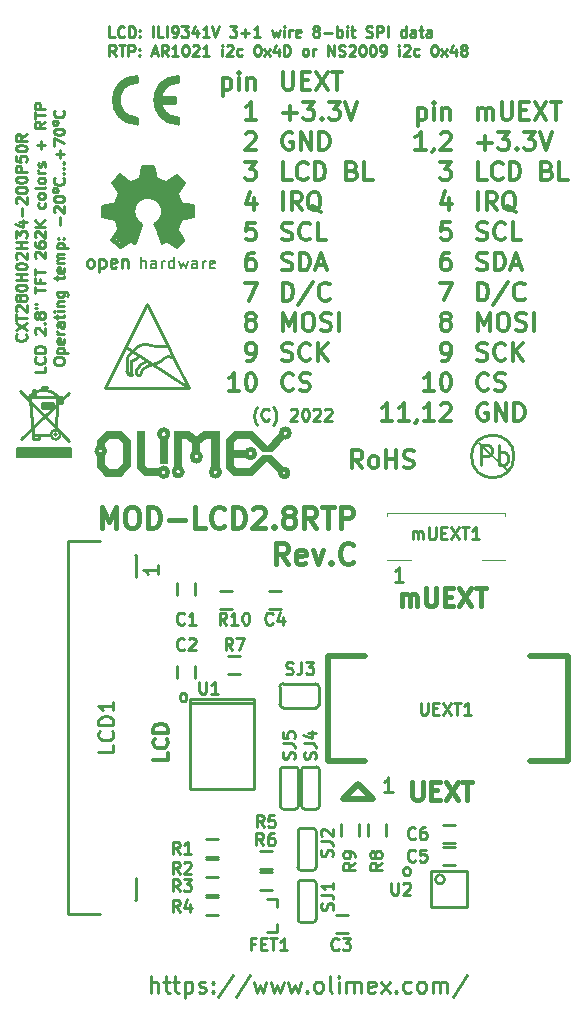
<source format=gbr>
G04 #@! TF.GenerationSoftware,KiCad,Pcbnew,5.1.6-c6e7f7d~87~ubuntu18.04.1*
G04 #@! TF.CreationDate,2022-09-30T15:40:45+03:00*
G04 #@! TF.ProjectId,MOD-LCD2.8RTP_Rev_C,4d4f442d-4c43-4443-922e-385254505f52,C*
G04 #@! TF.SameCoordinates,Original*
G04 #@! TF.FileFunction,Legend,Top*
G04 #@! TF.FilePolarity,Positive*
%FSLAX46Y46*%
G04 Gerber Fmt 4.6, Leading zero omitted, Abs format (unit mm)*
G04 Created by KiCad (PCBNEW 5.1.6-c6e7f7d~87~ubuntu18.04.1) date 2022-09-30 15:40:45*
%MOMM*%
%LPD*%
G01*
G04 APERTURE LIST*
%ADD10C,0.254000*%
%ADD11C,0.317500*%
%ADD12C,0.228600*%
%ADD13C,0.381000*%
%ADD14C,0.300000*%
%ADD15C,0.508000*%
%ADD16C,0.100000*%
%ADD17C,0.200000*%
%ADD18C,1.000000*%
%ADD19C,0.150000*%
%ADD20C,0.370000*%
%ADD21C,0.380000*%
%ADD22C,0.400000*%
%ADD23C,0.420000*%
%ADD24C,0.127000*%
%ADD25C,0.700000*%
%ADD26C,0.500000*%
%ADD27C,0.180000*%
G04 APERTURE END LIST*
D10*
X80209571Y-127810380D02*
X80306333Y-127858761D01*
X80354714Y-127907142D01*
X80403095Y-128003904D01*
X80403095Y-128294190D01*
X80354714Y-128390952D01*
X80306333Y-128439333D01*
X80209571Y-128487714D01*
X80064428Y-128487714D01*
X79967666Y-128439333D01*
X79919285Y-128390952D01*
X79870904Y-128294190D01*
X79870904Y-128003904D01*
X79919285Y-127907142D01*
X79967666Y-127858761D01*
X80064428Y-127810380D01*
X80209571Y-127810380D01*
X67509571Y-90381666D02*
X67461190Y-90333285D01*
X67364428Y-90188142D01*
X67316047Y-90091380D01*
X67267666Y-89946238D01*
X67219285Y-89704333D01*
X67219285Y-89510809D01*
X67267666Y-89268904D01*
X67316047Y-89123761D01*
X67364428Y-89027000D01*
X67461190Y-88881857D01*
X67509571Y-88833476D01*
X68477190Y-89897857D02*
X68428809Y-89946238D01*
X68283666Y-89994619D01*
X68186904Y-89994619D01*
X68041761Y-89946238D01*
X67945000Y-89849476D01*
X67896619Y-89752714D01*
X67848238Y-89559190D01*
X67848238Y-89414047D01*
X67896619Y-89220523D01*
X67945000Y-89123761D01*
X68041761Y-89027000D01*
X68186904Y-88978619D01*
X68283666Y-88978619D01*
X68428809Y-89027000D01*
X68477190Y-89075380D01*
X68815857Y-90381666D02*
X68864238Y-90333285D01*
X68961000Y-90188142D01*
X69009380Y-90091380D01*
X69057761Y-89946238D01*
X69106142Y-89704333D01*
X69106142Y-89510809D01*
X69057761Y-89268904D01*
X69009380Y-89123761D01*
X68961000Y-89027000D01*
X68864238Y-88881857D01*
X68815857Y-88833476D01*
X70315666Y-89075380D02*
X70364047Y-89027000D01*
X70460809Y-88978619D01*
X70702714Y-88978619D01*
X70799476Y-89027000D01*
X70847857Y-89075380D01*
X70896238Y-89172142D01*
X70896238Y-89268904D01*
X70847857Y-89414047D01*
X70267285Y-89994619D01*
X70896238Y-89994619D01*
X71525190Y-88978619D02*
X71621952Y-88978619D01*
X71718714Y-89027000D01*
X71767095Y-89075380D01*
X71815476Y-89172142D01*
X71863857Y-89365666D01*
X71863857Y-89607571D01*
X71815476Y-89801095D01*
X71767095Y-89897857D01*
X71718714Y-89946238D01*
X71621952Y-89994619D01*
X71525190Y-89994619D01*
X71428428Y-89946238D01*
X71380047Y-89897857D01*
X71331666Y-89801095D01*
X71283285Y-89607571D01*
X71283285Y-89365666D01*
X71331666Y-89172142D01*
X71380047Y-89075380D01*
X71428428Y-89027000D01*
X71525190Y-88978619D01*
X72250904Y-89075380D02*
X72299285Y-89027000D01*
X72396047Y-88978619D01*
X72637952Y-88978619D01*
X72734714Y-89027000D01*
X72783095Y-89075380D01*
X72831476Y-89172142D01*
X72831476Y-89268904D01*
X72783095Y-89414047D01*
X72202523Y-89994619D01*
X72831476Y-89994619D01*
X73218523Y-89075380D02*
X73266904Y-89027000D01*
X73363666Y-88978619D01*
X73605571Y-88978619D01*
X73702333Y-89027000D01*
X73750714Y-89075380D01*
X73799095Y-89172142D01*
X73799095Y-89268904D01*
X73750714Y-89414047D01*
X73170142Y-89994619D01*
X73799095Y-89994619D01*
D11*
X59947023Y-118097904D02*
X59947023Y-118702666D01*
X58677023Y-118702666D01*
X59826071Y-116948857D02*
X59886547Y-117009333D01*
X59947023Y-117190761D01*
X59947023Y-117311714D01*
X59886547Y-117493142D01*
X59765595Y-117614095D01*
X59644642Y-117674571D01*
X59402738Y-117735047D01*
X59221309Y-117735047D01*
X58979404Y-117674571D01*
X58858452Y-117614095D01*
X58737500Y-117493142D01*
X58677023Y-117311714D01*
X58677023Y-117190761D01*
X58737500Y-117009333D01*
X58797976Y-116948857D01*
X59947023Y-116404571D02*
X58677023Y-116404571D01*
X58677023Y-116102190D01*
X58737500Y-115920761D01*
X58858452Y-115799809D01*
X58979404Y-115739333D01*
X59221309Y-115678857D01*
X59402738Y-115678857D01*
X59644642Y-115739333D01*
X59765595Y-115799809D01*
X59886547Y-115920761D01*
X59947023Y-116102190D01*
X59947023Y-116404571D01*
D12*
X55411732Y-57525557D02*
X54976304Y-57525557D01*
X54976304Y-56611157D01*
X56239047Y-57438471D02*
X56195504Y-57482014D01*
X56064875Y-57525557D01*
X55977790Y-57525557D01*
X55847161Y-57482014D01*
X55760075Y-57394928D01*
X55716532Y-57307842D01*
X55672990Y-57133671D01*
X55672990Y-57003042D01*
X55716532Y-56828871D01*
X55760075Y-56741785D01*
X55847161Y-56654700D01*
X55977790Y-56611157D01*
X56064875Y-56611157D01*
X56195504Y-56654700D01*
X56239047Y-56698242D01*
X56630932Y-57525557D02*
X56630932Y-56611157D01*
X56848647Y-56611157D01*
X56979275Y-56654700D01*
X57066361Y-56741785D01*
X57109904Y-56828871D01*
X57153447Y-57003042D01*
X57153447Y-57133671D01*
X57109904Y-57307842D01*
X57066361Y-57394928D01*
X56979275Y-57482014D01*
X56848647Y-57525557D01*
X56630932Y-57525557D01*
X57545332Y-57438471D02*
X57588875Y-57482014D01*
X57545332Y-57525557D01*
X57501790Y-57482014D01*
X57545332Y-57438471D01*
X57545332Y-57525557D01*
X57545332Y-56959500D02*
X57588875Y-57003042D01*
X57545332Y-57046585D01*
X57501790Y-57003042D01*
X57545332Y-56959500D01*
X57545332Y-57046585D01*
X58677447Y-57525557D02*
X58677447Y-56611157D01*
X59548304Y-57525557D02*
X59112875Y-57525557D01*
X59112875Y-56611157D01*
X59853104Y-57525557D02*
X59853104Y-56611157D01*
X60332075Y-57525557D02*
X60506247Y-57525557D01*
X60593332Y-57482014D01*
X60636875Y-57438471D01*
X60723961Y-57307842D01*
X60767504Y-57133671D01*
X60767504Y-56785328D01*
X60723961Y-56698242D01*
X60680418Y-56654700D01*
X60593332Y-56611157D01*
X60419161Y-56611157D01*
X60332075Y-56654700D01*
X60288532Y-56698242D01*
X60244990Y-56785328D01*
X60244990Y-57003042D01*
X60288532Y-57090128D01*
X60332075Y-57133671D01*
X60419161Y-57177214D01*
X60593332Y-57177214D01*
X60680418Y-57133671D01*
X60723961Y-57090128D01*
X60767504Y-57003042D01*
X61072304Y-56611157D02*
X61638361Y-56611157D01*
X61333561Y-56959500D01*
X61464190Y-56959500D01*
X61551275Y-57003042D01*
X61594818Y-57046585D01*
X61638361Y-57133671D01*
X61638361Y-57351385D01*
X61594818Y-57438471D01*
X61551275Y-57482014D01*
X61464190Y-57525557D01*
X61202932Y-57525557D01*
X61115847Y-57482014D01*
X61072304Y-57438471D01*
X62422132Y-56915957D02*
X62422132Y-57525557D01*
X62204418Y-56567614D02*
X61986704Y-57220757D01*
X62552761Y-57220757D01*
X63380075Y-57525557D02*
X62857561Y-57525557D01*
X63118818Y-57525557D02*
X63118818Y-56611157D01*
X63031732Y-56741785D01*
X62944647Y-56828871D01*
X62857561Y-56872414D01*
X63641332Y-56611157D02*
X63946132Y-57525557D01*
X64250932Y-56611157D01*
X65165332Y-56611157D02*
X65731390Y-56611157D01*
X65426590Y-56959500D01*
X65557218Y-56959500D01*
X65644304Y-57003042D01*
X65687847Y-57046585D01*
X65731390Y-57133671D01*
X65731390Y-57351385D01*
X65687847Y-57438471D01*
X65644304Y-57482014D01*
X65557218Y-57525557D01*
X65295961Y-57525557D01*
X65208875Y-57482014D01*
X65165332Y-57438471D01*
X66123275Y-57177214D02*
X66819961Y-57177214D01*
X66471618Y-57525557D02*
X66471618Y-56828871D01*
X67734361Y-57525557D02*
X67211847Y-57525557D01*
X67473104Y-57525557D02*
X67473104Y-56611157D01*
X67386018Y-56741785D01*
X67298932Y-56828871D01*
X67211847Y-56872414D01*
X68735847Y-56915957D02*
X68910018Y-57525557D01*
X69084190Y-57090128D01*
X69258361Y-57525557D01*
X69432532Y-56915957D01*
X69780875Y-57525557D02*
X69780875Y-56915957D01*
X69780875Y-56611157D02*
X69737332Y-56654700D01*
X69780875Y-56698242D01*
X69824418Y-56654700D01*
X69780875Y-56611157D01*
X69780875Y-56698242D01*
X70216304Y-57525557D02*
X70216304Y-56915957D01*
X70216304Y-57090128D02*
X70259847Y-57003042D01*
X70303390Y-56959500D01*
X70390475Y-56915957D01*
X70477561Y-56915957D01*
X71130704Y-57482014D02*
X71043618Y-57525557D01*
X70869447Y-57525557D01*
X70782361Y-57482014D01*
X70738818Y-57394928D01*
X70738818Y-57046585D01*
X70782361Y-56959500D01*
X70869447Y-56915957D01*
X71043618Y-56915957D01*
X71130704Y-56959500D01*
X71174247Y-57046585D01*
X71174247Y-57133671D01*
X70738818Y-57220757D01*
X72393447Y-57003042D02*
X72306361Y-56959500D01*
X72262818Y-56915957D01*
X72219275Y-56828871D01*
X72219275Y-56785328D01*
X72262818Y-56698242D01*
X72306361Y-56654700D01*
X72393447Y-56611157D01*
X72567618Y-56611157D01*
X72654704Y-56654700D01*
X72698247Y-56698242D01*
X72741790Y-56785328D01*
X72741790Y-56828871D01*
X72698247Y-56915957D01*
X72654704Y-56959500D01*
X72567618Y-57003042D01*
X72393447Y-57003042D01*
X72306361Y-57046585D01*
X72262818Y-57090128D01*
X72219275Y-57177214D01*
X72219275Y-57351385D01*
X72262818Y-57438471D01*
X72306361Y-57482014D01*
X72393447Y-57525557D01*
X72567618Y-57525557D01*
X72654704Y-57482014D01*
X72698247Y-57438471D01*
X72741790Y-57351385D01*
X72741790Y-57177214D01*
X72698247Y-57090128D01*
X72654704Y-57046585D01*
X72567618Y-57003042D01*
X73133675Y-57177214D02*
X73830361Y-57177214D01*
X74265790Y-57525557D02*
X74265790Y-56611157D01*
X74265790Y-56959500D02*
X74352875Y-56915957D01*
X74527047Y-56915957D01*
X74614132Y-56959500D01*
X74657675Y-57003042D01*
X74701218Y-57090128D01*
X74701218Y-57351385D01*
X74657675Y-57438471D01*
X74614132Y-57482014D01*
X74527047Y-57525557D01*
X74352875Y-57525557D01*
X74265790Y-57482014D01*
X75093104Y-57525557D02*
X75093104Y-56915957D01*
X75093104Y-56611157D02*
X75049561Y-56654700D01*
X75093104Y-56698242D01*
X75136647Y-56654700D01*
X75093104Y-56611157D01*
X75093104Y-56698242D01*
X75397904Y-56915957D02*
X75746247Y-56915957D01*
X75528532Y-56611157D02*
X75528532Y-57394928D01*
X75572075Y-57482014D01*
X75659161Y-57525557D01*
X75746247Y-57525557D01*
X76704190Y-57482014D02*
X76834818Y-57525557D01*
X77052532Y-57525557D01*
X77139618Y-57482014D01*
X77183161Y-57438471D01*
X77226704Y-57351385D01*
X77226704Y-57264300D01*
X77183161Y-57177214D01*
X77139618Y-57133671D01*
X77052532Y-57090128D01*
X76878361Y-57046585D01*
X76791275Y-57003042D01*
X76747732Y-56959500D01*
X76704190Y-56872414D01*
X76704190Y-56785328D01*
X76747732Y-56698242D01*
X76791275Y-56654700D01*
X76878361Y-56611157D01*
X77096075Y-56611157D01*
X77226704Y-56654700D01*
X77618590Y-57525557D02*
X77618590Y-56611157D01*
X77966932Y-56611157D01*
X78054018Y-56654700D01*
X78097561Y-56698242D01*
X78141104Y-56785328D01*
X78141104Y-56915957D01*
X78097561Y-57003042D01*
X78054018Y-57046585D01*
X77966932Y-57090128D01*
X77618590Y-57090128D01*
X78532990Y-57525557D02*
X78532990Y-56611157D01*
X80056990Y-57525557D02*
X80056990Y-56611157D01*
X80056990Y-57482014D02*
X79969904Y-57525557D01*
X79795732Y-57525557D01*
X79708647Y-57482014D01*
X79665104Y-57438471D01*
X79621561Y-57351385D01*
X79621561Y-57090128D01*
X79665104Y-57003042D01*
X79708647Y-56959500D01*
X79795732Y-56915957D01*
X79969904Y-56915957D01*
X80056990Y-56959500D01*
X80884304Y-57525557D02*
X80884304Y-57046585D01*
X80840761Y-56959500D01*
X80753675Y-56915957D01*
X80579504Y-56915957D01*
X80492418Y-56959500D01*
X80884304Y-57482014D02*
X80797218Y-57525557D01*
X80579504Y-57525557D01*
X80492418Y-57482014D01*
X80448875Y-57394928D01*
X80448875Y-57307842D01*
X80492418Y-57220757D01*
X80579504Y-57177214D01*
X80797218Y-57177214D01*
X80884304Y-57133671D01*
X81189104Y-56915957D02*
X81537447Y-56915957D01*
X81319732Y-56611157D02*
X81319732Y-57394928D01*
X81363275Y-57482014D01*
X81450361Y-57525557D01*
X81537447Y-57525557D01*
X82234132Y-57525557D02*
X82234132Y-57046585D01*
X82190590Y-56959500D01*
X82103504Y-56915957D01*
X81929332Y-56915957D01*
X81842247Y-56959500D01*
X82234132Y-57482014D02*
X82147047Y-57525557D01*
X81929332Y-57525557D01*
X81842247Y-57482014D01*
X81798704Y-57394928D01*
X81798704Y-57307842D01*
X81842247Y-57220757D01*
X81929332Y-57177214D01*
X82147047Y-57177214D01*
X82234132Y-57133671D01*
X55498818Y-59125757D02*
X55194018Y-58690328D01*
X54976304Y-59125757D02*
X54976304Y-58211357D01*
X55324647Y-58211357D01*
X55411732Y-58254900D01*
X55455275Y-58298442D01*
X55498818Y-58385528D01*
X55498818Y-58516157D01*
X55455275Y-58603242D01*
X55411732Y-58646785D01*
X55324647Y-58690328D01*
X54976304Y-58690328D01*
X55760075Y-58211357D02*
X56282590Y-58211357D01*
X56021332Y-59125757D02*
X56021332Y-58211357D01*
X56587390Y-59125757D02*
X56587390Y-58211357D01*
X56935732Y-58211357D01*
X57022818Y-58254900D01*
X57066361Y-58298442D01*
X57109904Y-58385528D01*
X57109904Y-58516157D01*
X57066361Y-58603242D01*
X57022818Y-58646785D01*
X56935732Y-58690328D01*
X56587390Y-58690328D01*
X57501790Y-59038671D02*
X57545332Y-59082214D01*
X57501790Y-59125757D01*
X57458247Y-59082214D01*
X57501790Y-59038671D01*
X57501790Y-59125757D01*
X57501790Y-58559700D02*
X57545332Y-58603242D01*
X57501790Y-58646785D01*
X57458247Y-58603242D01*
X57501790Y-58559700D01*
X57501790Y-58646785D01*
X58590361Y-58864500D02*
X59025790Y-58864500D01*
X58503275Y-59125757D02*
X58808075Y-58211357D01*
X59112875Y-59125757D01*
X59940190Y-59125757D02*
X59635390Y-58690328D01*
X59417675Y-59125757D02*
X59417675Y-58211357D01*
X59766018Y-58211357D01*
X59853104Y-58254900D01*
X59896647Y-58298442D01*
X59940190Y-58385528D01*
X59940190Y-58516157D01*
X59896647Y-58603242D01*
X59853104Y-58646785D01*
X59766018Y-58690328D01*
X59417675Y-58690328D01*
X60811047Y-59125757D02*
X60288532Y-59125757D01*
X60549790Y-59125757D02*
X60549790Y-58211357D01*
X60462704Y-58341985D01*
X60375618Y-58429071D01*
X60288532Y-58472614D01*
X61377104Y-58211357D02*
X61464190Y-58211357D01*
X61551275Y-58254900D01*
X61594818Y-58298442D01*
X61638361Y-58385528D01*
X61681904Y-58559700D01*
X61681904Y-58777414D01*
X61638361Y-58951585D01*
X61594818Y-59038671D01*
X61551275Y-59082214D01*
X61464190Y-59125757D01*
X61377104Y-59125757D01*
X61290018Y-59082214D01*
X61246475Y-59038671D01*
X61202932Y-58951585D01*
X61159390Y-58777414D01*
X61159390Y-58559700D01*
X61202932Y-58385528D01*
X61246475Y-58298442D01*
X61290018Y-58254900D01*
X61377104Y-58211357D01*
X62030247Y-58298442D02*
X62073790Y-58254900D01*
X62160875Y-58211357D01*
X62378590Y-58211357D01*
X62465675Y-58254900D01*
X62509218Y-58298442D01*
X62552761Y-58385528D01*
X62552761Y-58472614D01*
X62509218Y-58603242D01*
X61986704Y-59125757D01*
X62552761Y-59125757D01*
X63423618Y-59125757D02*
X62901104Y-59125757D01*
X63162361Y-59125757D02*
X63162361Y-58211357D01*
X63075275Y-58341985D01*
X62988190Y-58429071D01*
X62901104Y-58472614D01*
X64512190Y-59125757D02*
X64512190Y-58516157D01*
X64512190Y-58211357D02*
X64468647Y-58254900D01*
X64512190Y-58298442D01*
X64555732Y-58254900D01*
X64512190Y-58211357D01*
X64512190Y-58298442D01*
X64904075Y-58298442D02*
X64947618Y-58254900D01*
X65034704Y-58211357D01*
X65252418Y-58211357D01*
X65339504Y-58254900D01*
X65383047Y-58298442D01*
X65426590Y-58385528D01*
X65426590Y-58472614D01*
X65383047Y-58603242D01*
X64860532Y-59125757D01*
X65426590Y-59125757D01*
X66210361Y-59082214D02*
X66123275Y-59125757D01*
X65949104Y-59125757D01*
X65862018Y-59082214D01*
X65818475Y-59038671D01*
X65774932Y-58951585D01*
X65774932Y-58690328D01*
X65818475Y-58603242D01*
X65862018Y-58559700D01*
X65949104Y-58516157D01*
X66123275Y-58516157D01*
X66210361Y-58559700D01*
X67473104Y-58211357D02*
X67560190Y-58211357D01*
X67647275Y-58254900D01*
X67690818Y-58298442D01*
X67734361Y-58385528D01*
X67777904Y-58559700D01*
X67777904Y-58777414D01*
X67734361Y-58951585D01*
X67690818Y-59038671D01*
X67647275Y-59082214D01*
X67560190Y-59125757D01*
X67473104Y-59125757D01*
X67386018Y-59082214D01*
X67342475Y-59038671D01*
X67298932Y-58951585D01*
X67255390Y-58777414D01*
X67255390Y-58559700D01*
X67298932Y-58385528D01*
X67342475Y-58298442D01*
X67386018Y-58254900D01*
X67473104Y-58211357D01*
X68082704Y-59125757D02*
X68561675Y-58516157D01*
X68082704Y-58516157D02*
X68561675Y-59125757D01*
X69301904Y-58516157D02*
X69301904Y-59125757D01*
X69084190Y-58167814D02*
X68866475Y-58820957D01*
X69432532Y-58820957D01*
X69780875Y-59125757D02*
X69780875Y-58211357D01*
X69998590Y-58211357D01*
X70129218Y-58254900D01*
X70216304Y-58341985D01*
X70259847Y-58429071D01*
X70303390Y-58603242D01*
X70303390Y-58733871D01*
X70259847Y-58908042D01*
X70216304Y-58995128D01*
X70129218Y-59082214D01*
X69998590Y-59125757D01*
X69780875Y-59125757D01*
X71522590Y-59125757D02*
X71435504Y-59082214D01*
X71391961Y-59038671D01*
X71348418Y-58951585D01*
X71348418Y-58690328D01*
X71391961Y-58603242D01*
X71435504Y-58559700D01*
X71522590Y-58516157D01*
X71653218Y-58516157D01*
X71740304Y-58559700D01*
X71783847Y-58603242D01*
X71827390Y-58690328D01*
X71827390Y-58951585D01*
X71783847Y-59038671D01*
X71740304Y-59082214D01*
X71653218Y-59125757D01*
X71522590Y-59125757D01*
X72219275Y-59125757D02*
X72219275Y-58516157D01*
X72219275Y-58690328D02*
X72262818Y-58603242D01*
X72306361Y-58559700D01*
X72393447Y-58516157D01*
X72480532Y-58516157D01*
X73482018Y-59125757D02*
X73482018Y-58211357D01*
X74004532Y-59125757D01*
X74004532Y-58211357D01*
X74396418Y-59082214D02*
X74527047Y-59125757D01*
X74744761Y-59125757D01*
X74831847Y-59082214D01*
X74875390Y-59038671D01*
X74918932Y-58951585D01*
X74918932Y-58864500D01*
X74875390Y-58777414D01*
X74831847Y-58733871D01*
X74744761Y-58690328D01*
X74570590Y-58646785D01*
X74483504Y-58603242D01*
X74439961Y-58559700D01*
X74396418Y-58472614D01*
X74396418Y-58385528D01*
X74439961Y-58298442D01*
X74483504Y-58254900D01*
X74570590Y-58211357D01*
X74788304Y-58211357D01*
X74918932Y-58254900D01*
X75267275Y-58298442D02*
X75310818Y-58254900D01*
X75397904Y-58211357D01*
X75615618Y-58211357D01*
X75702704Y-58254900D01*
X75746247Y-58298442D01*
X75789790Y-58385528D01*
X75789790Y-58472614D01*
X75746247Y-58603242D01*
X75223732Y-59125757D01*
X75789790Y-59125757D01*
X76355847Y-58211357D02*
X76442932Y-58211357D01*
X76530018Y-58254900D01*
X76573561Y-58298442D01*
X76617104Y-58385528D01*
X76660647Y-58559700D01*
X76660647Y-58777414D01*
X76617104Y-58951585D01*
X76573561Y-59038671D01*
X76530018Y-59082214D01*
X76442932Y-59125757D01*
X76355847Y-59125757D01*
X76268761Y-59082214D01*
X76225218Y-59038671D01*
X76181675Y-58951585D01*
X76138132Y-58777414D01*
X76138132Y-58559700D01*
X76181675Y-58385528D01*
X76225218Y-58298442D01*
X76268761Y-58254900D01*
X76355847Y-58211357D01*
X77226704Y-58211357D02*
X77313790Y-58211357D01*
X77400875Y-58254900D01*
X77444418Y-58298442D01*
X77487961Y-58385528D01*
X77531504Y-58559700D01*
X77531504Y-58777414D01*
X77487961Y-58951585D01*
X77444418Y-59038671D01*
X77400875Y-59082214D01*
X77313790Y-59125757D01*
X77226704Y-59125757D01*
X77139618Y-59082214D01*
X77096075Y-59038671D01*
X77052532Y-58951585D01*
X77008990Y-58777414D01*
X77008990Y-58559700D01*
X77052532Y-58385528D01*
X77096075Y-58298442D01*
X77139618Y-58254900D01*
X77226704Y-58211357D01*
X77966932Y-59125757D02*
X78141104Y-59125757D01*
X78228190Y-59082214D01*
X78271732Y-59038671D01*
X78358818Y-58908042D01*
X78402361Y-58733871D01*
X78402361Y-58385528D01*
X78358818Y-58298442D01*
X78315275Y-58254900D01*
X78228190Y-58211357D01*
X78054018Y-58211357D01*
X77966932Y-58254900D01*
X77923390Y-58298442D01*
X77879847Y-58385528D01*
X77879847Y-58603242D01*
X77923390Y-58690328D01*
X77966932Y-58733871D01*
X78054018Y-58777414D01*
X78228190Y-58777414D01*
X78315275Y-58733871D01*
X78358818Y-58690328D01*
X78402361Y-58603242D01*
X79490932Y-59125757D02*
X79490932Y-58516157D01*
X79490932Y-58211357D02*
X79447390Y-58254900D01*
X79490932Y-58298442D01*
X79534475Y-58254900D01*
X79490932Y-58211357D01*
X79490932Y-58298442D01*
X79882818Y-58298442D02*
X79926361Y-58254900D01*
X80013447Y-58211357D01*
X80231161Y-58211357D01*
X80318247Y-58254900D01*
X80361790Y-58298442D01*
X80405332Y-58385528D01*
X80405332Y-58472614D01*
X80361790Y-58603242D01*
X79839275Y-59125757D01*
X80405332Y-59125757D01*
X81189104Y-59082214D02*
X81102018Y-59125757D01*
X80927847Y-59125757D01*
X80840761Y-59082214D01*
X80797218Y-59038671D01*
X80753675Y-58951585D01*
X80753675Y-58690328D01*
X80797218Y-58603242D01*
X80840761Y-58559700D01*
X80927847Y-58516157D01*
X81102018Y-58516157D01*
X81189104Y-58559700D01*
X82451847Y-58211357D02*
X82538932Y-58211357D01*
X82626018Y-58254900D01*
X82669561Y-58298442D01*
X82713104Y-58385528D01*
X82756647Y-58559700D01*
X82756647Y-58777414D01*
X82713104Y-58951585D01*
X82669561Y-59038671D01*
X82626018Y-59082214D01*
X82538932Y-59125757D01*
X82451847Y-59125757D01*
X82364761Y-59082214D01*
X82321218Y-59038671D01*
X82277675Y-58951585D01*
X82234132Y-58777414D01*
X82234132Y-58559700D01*
X82277675Y-58385528D01*
X82321218Y-58298442D01*
X82364761Y-58254900D01*
X82451847Y-58211357D01*
X83061447Y-59125757D02*
X83540418Y-58516157D01*
X83061447Y-58516157D02*
X83540418Y-59125757D01*
X84280647Y-58516157D02*
X84280647Y-59125757D01*
X84062932Y-58167814D02*
X83845218Y-58820957D01*
X84411275Y-58820957D01*
X84890247Y-58603242D02*
X84803161Y-58559700D01*
X84759618Y-58516157D01*
X84716075Y-58429071D01*
X84716075Y-58385528D01*
X84759618Y-58298442D01*
X84803161Y-58254900D01*
X84890247Y-58211357D01*
X85064418Y-58211357D01*
X85151504Y-58254900D01*
X85195047Y-58298442D01*
X85238589Y-58385528D01*
X85238589Y-58429071D01*
X85195047Y-58516157D01*
X85151504Y-58559700D01*
X85064418Y-58603242D01*
X84890247Y-58603242D01*
X84803161Y-58646785D01*
X84759618Y-58690328D01*
X84716075Y-58777414D01*
X84716075Y-58951585D01*
X84759618Y-59038671D01*
X84803161Y-59082214D01*
X84890247Y-59125757D01*
X85064418Y-59125757D01*
X85151504Y-59082214D01*
X85195047Y-59038671D01*
X85238589Y-58951585D01*
X85238589Y-58777414D01*
X85195047Y-58690328D01*
X85151504Y-58646785D01*
X85064418Y-58603242D01*
X47875371Y-82664285D02*
X47918914Y-82707828D01*
X47962457Y-82838457D01*
X47962457Y-82925542D01*
X47918914Y-83056171D01*
X47831828Y-83143257D01*
X47744742Y-83186800D01*
X47570571Y-83230342D01*
X47439942Y-83230342D01*
X47265771Y-83186800D01*
X47178685Y-83143257D01*
X47091600Y-83056171D01*
X47048057Y-82925542D01*
X47048057Y-82838457D01*
X47091600Y-82707828D01*
X47135142Y-82664285D01*
X47048057Y-82359485D02*
X47962457Y-81749885D01*
X47048057Y-81749885D02*
X47962457Y-82359485D01*
X47048057Y-81532171D02*
X47048057Y-81009657D01*
X47962457Y-81270914D02*
X47048057Y-81270914D01*
X47135142Y-80748400D02*
X47091600Y-80704857D01*
X47048057Y-80617771D01*
X47048057Y-80400057D01*
X47091600Y-80312971D01*
X47135142Y-80269428D01*
X47222228Y-80225885D01*
X47309314Y-80225885D01*
X47439942Y-80269428D01*
X47962457Y-80791942D01*
X47962457Y-80225885D01*
X47439942Y-79703371D02*
X47396400Y-79790457D01*
X47352857Y-79834000D01*
X47265771Y-79877542D01*
X47222228Y-79877542D01*
X47135142Y-79834000D01*
X47091600Y-79790457D01*
X47048057Y-79703371D01*
X47048057Y-79529200D01*
X47091600Y-79442114D01*
X47135142Y-79398571D01*
X47222228Y-79355028D01*
X47265771Y-79355028D01*
X47352857Y-79398571D01*
X47396400Y-79442114D01*
X47439942Y-79529200D01*
X47439942Y-79703371D01*
X47483485Y-79790457D01*
X47527028Y-79834000D01*
X47614114Y-79877542D01*
X47788285Y-79877542D01*
X47875371Y-79834000D01*
X47918914Y-79790457D01*
X47962457Y-79703371D01*
X47962457Y-79529200D01*
X47918914Y-79442114D01*
X47875371Y-79398571D01*
X47788285Y-79355028D01*
X47614114Y-79355028D01*
X47527028Y-79398571D01*
X47483485Y-79442114D01*
X47439942Y-79529200D01*
X47048057Y-78788971D02*
X47048057Y-78701885D01*
X47091600Y-78614800D01*
X47135142Y-78571257D01*
X47222228Y-78527714D01*
X47396400Y-78484171D01*
X47614114Y-78484171D01*
X47788285Y-78527714D01*
X47875371Y-78571257D01*
X47918914Y-78614800D01*
X47962457Y-78701885D01*
X47962457Y-78788971D01*
X47918914Y-78876057D01*
X47875371Y-78919600D01*
X47788285Y-78963142D01*
X47614114Y-79006685D01*
X47396400Y-79006685D01*
X47222228Y-78963142D01*
X47135142Y-78919600D01*
X47091600Y-78876057D01*
X47048057Y-78788971D01*
X47962457Y-78092285D02*
X47048057Y-78092285D01*
X47483485Y-78092285D02*
X47483485Y-77569771D01*
X47962457Y-77569771D02*
X47048057Y-77569771D01*
X47048057Y-76960171D02*
X47048057Y-76873085D01*
X47091600Y-76786000D01*
X47135142Y-76742457D01*
X47222228Y-76698914D01*
X47396400Y-76655371D01*
X47614114Y-76655371D01*
X47788285Y-76698914D01*
X47875371Y-76742457D01*
X47918914Y-76786000D01*
X47962457Y-76873085D01*
X47962457Y-76960171D01*
X47918914Y-77047257D01*
X47875371Y-77090800D01*
X47788285Y-77134342D01*
X47614114Y-77177885D01*
X47396400Y-77177885D01*
X47222228Y-77134342D01*
X47135142Y-77090800D01*
X47091600Y-77047257D01*
X47048057Y-76960171D01*
X47135142Y-76307028D02*
X47091600Y-76263485D01*
X47048057Y-76176400D01*
X47048057Y-75958685D01*
X47091600Y-75871600D01*
X47135142Y-75828057D01*
X47222228Y-75784514D01*
X47309314Y-75784514D01*
X47439942Y-75828057D01*
X47962457Y-76350571D01*
X47962457Y-75784514D01*
X47962457Y-75392628D02*
X47048057Y-75392628D01*
X47483485Y-75392628D02*
X47483485Y-74870114D01*
X47962457Y-74870114D02*
X47048057Y-74870114D01*
X47048057Y-74521771D02*
X47048057Y-73955714D01*
X47396400Y-74260514D01*
X47396400Y-74129885D01*
X47439942Y-74042800D01*
X47483485Y-73999257D01*
X47570571Y-73955714D01*
X47788285Y-73955714D01*
X47875371Y-73999257D01*
X47918914Y-74042800D01*
X47962457Y-74129885D01*
X47962457Y-74391142D01*
X47918914Y-74478228D01*
X47875371Y-74521771D01*
X47352857Y-73171942D02*
X47962457Y-73171942D01*
X47004514Y-73389657D02*
X47657657Y-73607371D01*
X47657657Y-73041314D01*
X47614114Y-72692971D02*
X47614114Y-71996285D01*
X47135142Y-71604400D02*
X47091600Y-71560857D01*
X47048057Y-71473771D01*
X47048057Y-71256057D01*
X47091600Y-71168971D01*
X47135142Y-71125428D01*
X47222228Y-71081885D01*
X47309314Y-71081885D01*
X47439942Y-71125428D01*
X47962457Y-71647942D01*
X47962457Y-71081885D01*
X47048057Y-70515828D02*
X47048057Y-70428742D01*
X47091600Y-70341657D01*
X47135142Y-70298114D01*
X47222228Y-70254571D01*
X47396400Y-70211028D01*
X47614114Y-70211028D01*
X47788285Y-70254571D01*
X47875371Y-70298114D01*
X47918914Y-70341657D01*
X47962457Y-70428742D01*
X47962457Y-70515828D01*
X47918914Y-70602914D01*
X47875371Y-70646457D01*
X47788285Y-70690000D01*
X47614114Y-70733542D01*
X47396400Y-70733542D01*
X47222228Y-70690000D01*
X47135142Y-70646457D01*
X47091600Y-70602914D01*
X47048057Y-70515828D01*
X47048057Y-69644971D02*
X47048057Y-69557885D01*
X47091600Y-69470800D01*
X47135142Y-69427257D01*
X47222228Y-69383714D01*
X47396400Y-69340171D01*
X47614114Y-69340171D01*
X47788285Y-69383714D01*
X47875371Y-69427257D01*
X47918914Y-69470800D01*
X47962457Y-69557885D01*
X47962457Y-69644971D01*
X47918914Y-69732057D01*
X47875371Y-69775600D01*
X47788285Y-69819142D01*
X47614114Y-69862685D01*
X47396400Y-69862685D01*
X47222228Y-69819142D01*
X47135142Y-69775600D01*
X47091600Y-69732057D01*
X47048057Y-69644971D01*
X47962457Y-68948285D02*
X47048057Y-68948285D01*
X47048057Y-68599942D01*
X47091600Y-68512857D01*
X47135142Y-68469314D01*
X47222228Y-68425771D01*
X47352857Y-68425771D01*
X47439942Y-68469314D01*
X47483485Y-68512857D01*
X47527028Y-68599942D01*
X47527028Y-68948285D01*
X47048057Y-67598457D02*
X47048057Y-68033885D01*
X47483485Y-68077428D01*
X47439942Y-68033885D01*
X47396400Y-67946800D01*
X47396400Y-67729085D01*
X47439942Y-67642000D01*
X47483485Y-67598457D01*
X47570571Y-67554914D01*
X47788285Y-67554914D01*
X47875371Y-67598457D01*
X47918914Y-67642000D01*
X47962457Y-67729085D01*
X47962457Y-67946800D01*
X47918914Y-68033885D01*
X47875371Y-68077428D01*
X47048057Y-66988857D02*
X47048057Y-66901771D01*
X47091600Y-66814685D01*
X47135142Y-66771142D01*
X47222228Y-66727599D01*
X47396400Y-66684057D01*
X47614114Y-66684057D01*
X47788285Y-66727599D01*
X47875371Y-66771142D01*
X47918914Y-66814685D01*
X47962457Y-66901771D01*
X47962457Y-66988857D01*
X47918914Y-67075942D01*
X47875371Y-67119485D01*
X47788285Y-67163028D01*
X47614114Y-67206571D01*
X47396400Y-67206571D01*
X47222228Y-67163028D01*
X47135142Y-67119485D01*
X47091600Y-67075942D01*
X47048057Y-66988857D01*
X47962457Y-65769657D02*
X47527028Y-66074457D01*
X47962457Y-66292171D02*
X47048057Y-66292171D01*
X47048057Y-65943828D01*
X47091600Y-65856742D01*
X47135142Y-65813200D01*
X47222228Y-65769657D01*
X47352857Y-65769657D01*
X47439942Y-65813200D01*
X47483485Y-65856742D01*
X47527028Y-65943828D01*
X47527028Y-66292171D01*
X49562657Y-85451028D02*
X49562657Y-85886457D01*
X48648257Y-85886457D01*
X49475571Y-84623714D02*
X49519114Y-84667257D01*
X49562657Y-84797885D01*
X49562657Y-84884971D01*
X49519114Y-85015600D01*
X49432028Y-85102685D01*
X49344942Y-85146228D01*
X49170771Y-85189771D01*
X49040142Y-85189771D01*
X48865971Y-85146228D01*
X48778885Y-85102685D01*
X48691800Y-85015600D01*
X48648257Y-84884971D01*
X48648257Y-84797885D01*
X48691800Y-84667257D01*
X48735342Y-84623714D01*
X49562657Y-84231828D02*
X48648257Y-84231828D01*
X48648257Y-84014114D01*
X48691800Y-83883485D01*
X48778885Y-83796400D01*
X48865971Y-83752857D01*
X49040142Y-83709314D01*
X49170771Y-83709314D01*
X49344942Y-83752857D01*
X49432028Y-83796400D01*
X49519114Y-83883485D01*
X49562657Y-84014114D01*
X49562657Y-84231828D01*
X48735342Y-82664285D02*
X48691800Y-82620742D01*
X48648257Y-82533657D01*
X48648257Y-82315942D01*
X48691800Y-82228857D01*
X48735342Y-82185314D01*
X48822428Y-82141771D01*
X48909514Y-82141771D01*
X49040142Y-82185314D01*
X49562657Y-82707828D01*
X49562657Y-82141771D01*
X49475571Y-81749885D02*
X49519114Y-81706342D01*
X49562657Y-81749885D01*
X49519114Y-81793428D01*
X49475571Y-81749885D01*
X49562657Y-81749885D01*
X49040142Y-81183828D02*
X48996600Y-81270914D01*
X48953057Y-81314457D01*
X48865971Y-81358000D01*
X48822428Y-81358000D01*
X48735342Y-81314457D01*
X48691800Y-81270914D01*
X48648257Y-81183828D01*
X48648257Y-81009657D01*
X48691800Y-80922571D01*
X48735342Y-80879028D01*
X48822428Y-80835485D01*
X48865971Y-80835485D01*
X48953057Y-80879028D01*
X48996600Y-80922571D01*
X49040142Y-81009657D01*
X49040142Y-81183828D01*
X49083685Y-81270914D01*
X49127228Y-81314457D01*
X49214314Y-81358000D01*
X49388485Y-81358000D01*
X49475571Y-81314457D01*
X49519114Y-81270914D01*
X49562657Y-81183828D01*
X49562657Y-81009657D01*
X49519114Y-80922571D01*
X49475571Y-80879028D01*
X49388485Y-80835485D01*
X49214314Y-80835485D01*
X49127228Y-80879028D01*
X49083685Y-80922571D01*
X49040142Y-81009657D01*
X48648257Y-80487142D02*
X48822428Y-80487142D01*
X48648257Y-80138800D02*
X48822428Y-80138800D01*
X48648257Y-79180857D02*
X48648257Y-78658342D01*
X49562657Y-78919600D02*
X48648257Y-78919600D01*
X49083685Y-78048742D02*
X49083685Y-78353542D01*
X49562657Y-78353542D02*
X48648257Y-78353542D01*
X48648257Y-77918114D01*
X48648257Y-77700400D02*
X48648257Y-77177885D01*
X49562657Y-77439142D02*
X48648257Y-77439142D01*
X48735342Y-76219942D02*
X48691800Y-76176400D01*
X48648257Y-76089314D01*
X48648257Y-75871600D01*
X48691800Y-75784514D01*
X48735342Y-75740971D01*
X48822428Y-75697428D01*
X48909514Y-75697428D01*
X49040142Y-75740971D01*
X49562657Y-76263485D01*
X49562657Y-75697428D01*
X48648257Y-74913657D02*
X48648257Y-75087828D01*
X48691800Y-75174914D01*
X48735342Y-75218457D01*
X48865971Y-75305542D01*
X49040142Y-75349085D01*
X49388485Y-75349085D01*
X49475571Y-75305542D01*
X49519114Y-75262000D01*
X49562657Y-75174914D01*
X49562657Y-75000742D01*
X49519114Y-74913657D01*
X49475571Y-74870114D01*
X49388485Y-74826571D01*
X49170771Y-74826571D01*
X49083685Y-74870114D01*
X49040142Y-74913657D01*
X48996600Y-75000742D01*
X48996600Y-75174914D01*
X49040142Y-75262000D01*
X49083685Y-75305542D01*
X49170771Y-75349085D01*
X48735342Y-74478228D02*
X48691800Y-74434685D01*
X48648257Y-74347600D01*
X48648257Y-74129885D01*
X48691800Y-74042800D01*
X48735342Y-73999257D01*
X48822428Y-73955714D01*
X48909514Y-73955714D01*
X49040142Y-73999257D01*
X49562657Y-74521771D01*
X49562657Y-73955714D01*
X49562657Y-73563828D02*
X48648257Y-73563828D01*
X49562657Y-73041314D02*
X49040142Y-73433200D01*
X48648257Y-73041314D02*
X49170771Y-73563828D01*
X49519114Y-71560857D02*
X49562657Y-71647942D01*
X49562657Y-71822114D01*
X49519114Y-71909200D01*
X49475571Y-71952742D01*
X49388485Y-71996285D01*
X49127228Y-71996285D01*
X49040142Y-71952742D01*
X48996600Y-71909200D01*
X48953057Y-71822114D01*
X48953057Y-71647942D01*
X48996600Y-71560857D01*
X49562657Y-71038342D02*
X49519114Y-71125428D01*
X49475571Y-71168971D01*
X49388485Y-71212514D01*
X49127228Y-71212514D01*
X49040142Y-71168971D01*
X48996600Y-71125428D01*
X48953057Y-71038342D01*
X48953057Y-70907714D01*
X48996600Y-70820628D01*
X49040142Y-70777085D01*
X49127228Y-70733542D01*
X49388485Y-70733542D01*
X49475571Y-70777085D01*
X49519114Y-70820628D01*
X49562657Y-70907714D01*
X49562657Y-71038342D01*
X49562657Y-70211028D02*
X49519114Y-70298114D01*
X49432028Y-70341657D01*
X48648257Y-70341657D01*
X49562657Y-69732057D02*
X49519114Y-69819142D01*
X49475571Y-69862685D01*
X49388485Y-69906228D01*
X49127228Y-69906228D01*
X49040142Y-69862685D01*
X48996600Y-69819142D01*
X48953057Y-69732057D01*
X48953057Y-69601428D01*
X48996600Y-69514342D01*
X49040142Y-69470800D01*
X49127228Y-69427257D01*
X49388485Y-69427257D01*
X49475571Y-69470800D01*
X49519114Y-69514342D01*
X49562657Y-69601428D01*
X49562657Y-69732057D01*
X49562657Y-69035371D02*
X48953057Y-69035371D01*
X49127228Y-69035371D02*
X49040142Y-68991828D01*
X48996600Y-68948285D01*
X48953057Y-68861200D01*
X48953057Y-68774114D01*
X49519114Y-68512857D02*
X49562657Y-68425771D01*
X49562657Y-68251600D01*
X49519114Y-68164514D01*
X49432028Y-68120971D01*
X49388485Y-68120971D01*
X49301400Y-68164514D01*
X49257857Y-68251600D01*
X49257857Y-68382228D01*
X49214314Y-68469314D01*
X49127228Y-68512857D01*
X49083685Y-68512857D01*
X48996600Y-68469314D01*
X48953057Y-68382228D01*
X48953057Y-68251600D01*
X48996600Y-68164514D01*
X49214314Y-67032400D02*
X49214314Y-66335714D01*
X49562657Y-66684057D02*
X48865971Y-66684057D01*
X49562657Y-64681085D02*
X49127228Y-64985885D01*
X49562657Y-65203600D02*
X48648257Y-65203600D01*
X48648257Y-64855257D01*
X48691800Y-64768171D01*
X48735342Y-64724628D01*
X48822428Y-64681085D01*
X48953057Y-64681085D01*
X49040142Y-64724628D01*
X49083685Y-64768171D01*
X49127228Y-64855257D01*
X49127228Y-65203600D01*
X48648257Y-64419828D02*
X48648257Y-63897314D01*
X49562657Y-64158571D02*
X48648257Y-64158571D01*
X49562657Y-63592514D02*
X48648257Y-63592514D01*
X48648257Y-63244171D01*
X48691800Y-63157085D01*
X48735342Y-63113542D01*
X48822428Y-63070000D01*
X48953057Y-63070000D01*
X49040142Y-63113542D01*
X49083685Y-63157085D01*
X49127228Y-63244171D01*
X49127228Y-63592514D01*
X50248457Y-85037371D02*
X50248457Y-84863200D01*
X50292000Y-84776114D01*
X50379085Y-84689028D01*
X50553257Y-84645485D01*
X50858057Y-84645485D01*
X51032228Y-84689028D01*
X51119314Y-84776114D01*
X51162857Y-84863200D01*
X51162857Y-85037371D01*
X51119314Y-85124457D01*
X51032228Y-85211542D01*
X50858057Y-85255085D01*
X50553257Y-85255085D01*
X50379085Y-85211542D01*
X50292000Y-85124457D01*
X50248457Y-85037371D01*
X50553257Y-84253600D02*
X51467657Y-84253600D01*
X50596800Y-84253600D02*
X50553257Y-84166514D01*
X50553257Y-83992342D01*
X50596800Y-83905257D01*
X50640342Y-83861714D01*
X50727428Y-83818171D01*
X50988685Y-83818171D01*
X51075771Y-83861714D01*
X51119314Y-83905257D01*
X51162857Y-83992342D01*
X51162857Y-84166514D01*
X51119314Y-84253600D01*
X51119314Y-83077942D02*
X51162857Y-83165028D01*
X51162857Y-83339200D01*
X51119314Y-83426285D01*
X51032228Y-83469828D01*
X50683885Y-83469828D01*
X50596800Y-83426285D01*
X50553257Y-83339200D01*
X50553257Y-83165028D01*
X50596800Y-83077942D01*
X50683885Y-83034400D01*
X50770971Y-83034400D01*
X50858057Y-83469828D01*
X51162857Y-82642514D02*
X50553257Y-82642514D01*
X50727428Y-82642514D02*
X50640342Y-82598971D01*
X50596800Y-82555428D01*
X50553257Y-82468342D01*
X50553257Y-82381257D01*
X51162857Y-81684571D02*
X50683885Y-81684571D01*
X50596800Y-81728114D01*
X50553257Y-81815200D01*
X50553257Y-81989371D01*
X50596800Y-82076457D01*
X51119314Y-81684571D02*
X51162857Y-81771657D01*
X51162857Y-81989371D01*
X51119314Y-82076457D01*
X51032228Y-82120000D01*
X50945142Y-82120000D01*
X50858057Y-82076457D01*
X50814514Y-81989371D01*
X50814514Y-81771657D01*
X50770971Y-81684571D01*
X50553257Y-81379771D02*
X50553257Y-81031428D01*
X50248457Y-81249142D02*
X51032228Y-81249142D01*
X51119314Y-81205600D01*
X51162857Y-81118514D01*
X51162857Y-81031428D01*
X51162857Y-80726628D02*
X50553257Y-80726628D01*
X50248457Y-80726628D02*
X50292000Y-80770171D01*
X50335542Y-80726628D01*
X50292000Y-80683085D01*
X50248457Y-80726628D01*
X50335542Y-80726628D01*
X50553257Y-80291200D02*
X51162857Y-80291200D01*
X50640342Y-80291200D02*
X50596800Y-80247657D01*
X50553257Y-80160571D01*
X50553257Y-80029942D01*
X50596800Y-79942857D01*
X50683885Y-79899314D01*
X51162857Y-79899314D01*
X50553257Y-79072000D02*
X51293485Y-79072000D01*
X51380571Y-79115542D01*
X51424114Y-79159085D01*
X51467657Y-79246171D01*
X51467657Y-79376800D01*
X51424114Y-79463885D01*
X51119314Y-79072000D02*
X51162857Y-79159085D01*
X51162857Y-79333257D01*
X51119314Y-79420342D01*
X51075771Y-79463885D01*
X50988685Y-79507428D01*
X50727428Y-79507428D01*
X50640342Y-79463885D01*
X50596800Y-79420342D01*
X50553257Y-79333257D01*
X50553257Y-79159085D01*
X50596800Y-79072000D01*
X50553257Y-78070514D02*
X50553257Y-77722171D01*
X50248457Y-77939885D02*
X51032228Y-77939885D01*
X51119314Y-77896342D01*
X51162857Y-77809257D01*
X51162857Y-77722171D01*
X51119314Y-77069028D02*
X51162857Y-77156114D01*
X51162857Y-77330285D01*
X51119314Y-77417371D01*
X51032228Y-77460914D01*
X50683885Y-77460914D01*
X50596800Y-77417371D01*
X50553257Y-77330285D01*
X50553257Y-77156114D01*
X50596800Y-77069028D01*
X50683885Y-77025485D01*
X50770971Y-77025485D01*
X50858057Y-77460914D01*
X51162857Y-76633600D02*
X50553257Y-76633600D01*
X50640342Y-76633600D02*
X50596800Y-76590057D01*
X50553257Y-76502971D01*
X50553257Y-76372342D01*
X50596800Y-76285257D01*
X50683885Y-76241714D01*
X51162857Y-76241714D01*
X50683885Y-76241714D02*
X50596800Y-76198171D01*
X50553257Y-76111085D01*
X50553257Y-75980457D01*
X50596800Y-75893371D01*
X50683885Y-75849828D01*
X51162857Y-75849828D01*
X50553257Y-75414400D02*
X51467657Y-75414400D01*
X50596800Y-75414400D02*
X50553257Y-75327314D01*
X50553257Y-75153142D01*
X50596800Y-75066057D01*
X50640342Y-75022514D01*
X50727428Y-74978971D01*
X50988685Y-74978971D01*
X51075771Y-75022514D01*
X51119314Y-75066057D01*
X51162857Y-75153142D01*
X51162857Y-75327314D01*
X51119314Y-75414400D01*
X51075771Y-74587085D02*
X51119314Y-74543542D01*
X51162857Y-74587085D01*
X51119314Y-74630628D01*
X51075771Y-74587085D01*
X51162857Y-74587085D01*
X50596800Y-74587085D02*
X50640342Y-74543542D01*
X50683885Y-74587085D01*
X50640342Y-74630628D01*
X50596800Y-74587085D01*
X50683885Y-74587085D01*
X50814514Y-73454971D02*
X50814514Y-72758285D01*
X50335542Y-72366400D02*
X50292000Y-72322857D01*
X50248457Y-72235771D01*
X50248457Y-72018057D01*
X50292000Y-71930971D01*
X50335542Y-71887428D01*
X50422628Y-71843885D01*
X50509714Y-71843885D01*
X50640342Y-71887428D01*
X51162857Y-72409942D01*
X51162857Y-71843885D01*
X50248457Y-71277828D02*
X50248457Y-71190742D01*
X50292000Y-71103657D01*
X50335542Y-71060114D01*
X50422628Y-71016571D01*
X50596800Y-70973028D01*
X50814514Y-70973028D01*
X50988685Y-71016571D01*
X51075771Y-71060114D01*
X51119314Y-71103657D01*
X51162857Y-71190742D01*
X51162857Y-71277828D01*
X51119314Y-71364914D01*
X51075771Y-71408457D01*
X50988685Y-71452000D01*
X50814514Y-71495542D01*
X50596800Y-71495542D01*
X50422628Y-71452000D01*
X50335542Y-71408457D01*
X50292000Y-71364914D01*
X50248457Y-71277828D01*
X50596800Y-70537600D02*
X50553257Y-70624685D01*
X50466171Y-70668228D01*
X50292000Y-70668228D01*
X50204914Y-70624685D01*
X50161371Y-70537600D01*
X50161371Y-70450514D01*
X50204914Y-70363428D01*
X50292000Y-70319885D01*
X50466171Y-70319885D01*
X50553257Y-70363428D01*
X50596800Y-70450514D01*
X50596800Y-70537600D01*
X51075771Y-69449028D02*
X51119314Y-69492571D01*
X51162857Y-69623200D01*
X51162857Y-69710285D01*
X51119314Y-69840914D01*
X51032228Y-69928000D01*
X50945142Y-69971542D01*
X50770971Y-70015085D01*
X50640342Y-70015085D01*
X50466171Y-69971542D01*
X50379085Y-69928000D01*
X50292000Y-69840914D01*
X50248457Y-69710285D01*
X50248457Y-69623200D01*
X50292000Y-69492571D01*
X50335542Y-69449028D01*
X51075771Y-69057142D02*
X51119314Y-69013600D01*
X51162857Y-69057142D01*
X51119314Y-69100685D01*
X51075771Y-69057142D01*
X51162857Y-69057142D01*
X51075771Y-68621714D02*
X51119314Y-68578171D01*
X51162857Y-68621714D01*
X51119314Y-68665257D01*
X51075771Y-68621714D01*
X51162857Y-68621714D01*
X51075771Y-68186285D02*
X51119314Y-68142742D01*
X51162857Y-68186285D01*
X51119314Y-68229828D01*
X51075771Y-68186285D01*
X51162857Y-68186285D01*
X50814514Y-67750857D02*
X50814514Y-67054171D01*
X51162857Y-67402514D02*
X50466171Y-67402514D01*
X50248457Y-66705828D02*
X50248457Y-66096228D01*
X51162857Y-66488114D01*
X50248457Y-65573714D02*
X50248457Y-65486628D01*
X50292000Y-65399542D01*
X50335542Y-65356000D01*
X50422628Y-65312457D01*
X50596800Y-65268914D01*
X50814514Y-65268914D01*
X50988685Y-65312457D01*
X51075771Y-65356000D01*
X51119314Y-65399542D01*
X51162857Y-65486628D01*
X51162857Y-65573714D01*
X51119314Y-65660800D01*
X51075771Y-65704342D01*
X50988685Y-65747885D01*
X50814514Y-65791428D01*
X50596800Y-65791428D01*
X50422628Y-65747885D01*
X50335542Y-65704342D01*
X50292000Y-65660800D01*
X50248457Y-65573714D01*
X50596800Y-64833485D02*
X50553257Y-64920571D01*
X50466171Y-64964114D01*
X50292000Y-64964114D01*
X50204914Y-64920571D01*
X50161371Y-64833485D01*
X50161371Y-64746400D01*
X50204914Y-64659314D01*
X50292000Y-64615771D01*
X50466171Y-64615771D01*
X50553257Y-64659314D01*
X50596800Y-64746400D01*
X50596800Y-64833485D01*
X51075771Y-63744914D02*
X51119314Y-63788457D01*
X51162857Y-63919085D01*
X51162857Y-64006171D01*
X51119314Y-64136800D01*
X51032228Y-64223885D01*
X50945142Y-64267428D01*
X50770971Y-64310971D01*
X50640342Y-64310971D01*
X50466171Y-64267428D01*
X50379085Y-64223885D01*
X50292000Y-64136800D01*
X50248457Y-64006171D01*
X50248457Y-63919085D01*
X50292000Y-63788457D01*
X50335542Y-63744914D01*
D13*
X54362350Y-99102333D02*
X54362350Y-97324333D01*
X54955016Y-98594333D01*
X55547683Y-97324333D01*
X55547683Y-99102333D01*
X56733016Y-97324333D02*
X57071683Y-97324333D01*
X57241016Y-97409000D01*
X57410350Y-97578333D01*
X57495016Y-97917000D01*
X57495016Y-98509666D01*
X57410350Y-98848333D01*
X57241016Y-99017666D01*
X57071683Y-99102333D01*
X56733016Y-99102333D01*
X56563683Y-99017666D01*
X56394350Y-98848333D01*
X56309683Y-98509666D01*
X56309683Y-97917000D01*
X56394350Y-97578333D01*
X56563683Y-97409000D01*
X56733016Y-97324333D01*
X58257016Y-99102333D02*
X58257016Y-97324333D01*
X58680350Y-97324333D01*
X58934350Y-97409000D01*
X59103683Y-97578333D01*
X59188350Y-97747666D01*
X59273016Y-98086333D01*
X59273016Y-98340333D01*
X59188350Y-98679000D01*
X59103683Y-98848333D01*
X58934350Y-99017666D01*
X58680350Y-99102333D01*
X58257016Y-99102333D01*
X60035016Y-98425000D02*
X61389683Y-98425000D01*
X63083016Y-99102333D02*
X62236350Y-99102333D01*
X62236350Y-97324333D01*
X64691683Y-98933000D02*
X64607016Y-99017666D01*
X64353016Y-99102333D01*
X64183683Y-99102333D01*
X63929683Y-99017666D01*
X63760350Y-98848333D01*
X63675683Y-98679000D01*
X63591016Y-98340333D01*
X63591016Y-98086333D01*
X63675683Y-97747666D01*
X63760350Y-97578333D01*
X63929683Y-97409000D01*
X64183683Y-97324333D01*
X64353016Y-97324333D01*
X64607016Y-97409000D01*
X64691683Y-97493666D01*
X65453683Y-99102333D02*
X65453683Y-97324333D01*
X65877016Y-97324333D01*
X66131016Y-97409000D01*
X66300350Y-97578333D01*
X66385016Y-97747666D01*
X66469683Y-98086333D01*
X66469683Y-98340333D01*
X66385016Y-98679000D01*
X66300350Y-98848333D01*
X66131016Y-99017666D01*
X65877016Y-99102333D01*
X65453683Y-99102333D01*
X67147016Y-97493666D02*
X67231683Y-97409000D01*
X67401016Y-97324333D01*
X67824350Y-97324333D01*
X67993683Y-97409000D01*
X68078350Y-97493666D01*
X68163016Y-97663000D01*
X68163016Y-97832333D01*
X68078350Y-98086333D01*
X67062350Y-99102333D01*
X68163016Y-99102333D01*
X68925016Y-98933000D02*
X69009683Y-99017666D01*
X68925016Y-99102333D01*
X68840350Y-99017666D01*
X68925016Y-98933000D01*
X68925016Y-99102333D01*
X70025683Y-98086333D02*
X69856350Y-98001666D01*
X69771683Y-97917000D01*
X69687016Y-97747666D01*
X69687016Y-97663000D01*
X69771683Y-97493666D01*
X69856350Y-97409000D01*
X70025683Y-97324333D01*
X70364350Y-97324333D01*
X70533683Y-97409000D01*
X70618350Y-97493666D01*
X70703016Y-97663000D01*
X70703016Y-97747666D01*
X70618350Y-97917000D01*
X70533683Y-98001666D01*
X70364350Y-98086333D01*
X70025683Y-98086333D01*
X69856350Y-98171000D01*
X69771683Y-98255666D01*
X69687016Y-98425000D01*
X69687016Y-98763666D01*
X69771683Y-98933000D01*
X69856350Y-99017666D01*
X70025683Y-99102333D01*
X70364350Y-99102333D01*
X70533683Y-99017666D01*
X70618350Y-98933000D01*
X70703016Y-98763666D01*
X70703016Y-98425000D01*
X70618350Y-98255666D01*
X70533683Y-98171000D01*
X70364350Y-98086333D01*
X72481016Y-99102333D02*
X71888350Y-98255666D01*
X71465016Y-99102333D02*
X71465016Y-97324333D01*
X72142350Y-97324333D01*
X72311683Y-97409000D01*
X72396350Y-97493666D01*
X72481016Y-97663000D01*
X72481016Y-97917000D01*
X72396350Y-98086333D01*
X72311683Y-98171000D01*
X72142350Y-98255666D01*
X71465016Y-98255666D01*
X72989016Y-97324333D02*
X74005016Y-97324333D01*
X73497016Y-99102333D02*
X73497016Y-97324333D01*
X74597683Y-99102333D02*
X74597683Y-97324333D01*
X75275016Y-97324333D01*
X75444350Y-97409000D01*
X75529016Y-97493666D01*
X75613683Y-97663000D01*
X75613683Y-97917000D01*
X75529016Y-98086333D01*
X75444350Y-98171000D01*
X75275016Y-98255666D01*
X74597683Y-98255666D01*
X70110350Y-102150333D02*
X69517683Y-101303666D01*
X69094350Y-102150333D02*
X69094350Y-100372333D01*
X69771683Y-100372333D01*
X69941016Y-100457000D01*
X70025683Y-100541666D01*
X70110350Y-100711000D01*
X70110350Y-100965000D01*
X70025683Y-101134333D01*
X69941016Y-101219000D01*
X69771683Y-101303666D01*
X69094350Y-101303666D01*
X71549683Y-102065666D02*
X71380350Y-102150333D01*
X71041683Y-102150333D01*
X70872350Y-102065666D01*
X70787683Y-101896333D01*
X70787683Y-101219000D01*
X70872350Y-101049666D01*
X71041683Y-100965000D01*
X71380350Y-100965000D01*
X71549683Y-101049666D01*
X71634350Y-101219000D01*
X71634350Y-101388333D01*
X70787683Y-101557666D01*
X72227016Y-100965000D02*
X72650350Y-102150333D01*
X73073683Y-100965000D01*
X73751016Y-101981000D02*
X73835683Y-102065666D01*
X73751016Y-102150333D01*
X73666350Y-102065666D01*
X73751016Y-101981000D01*
X73751016Y-102150333D01*
X75613683Y-101981000D02*
X75529016Y-102065666D01*
X75275016Y-102150333D01*
X75105683Y-102150333D01*
X74851683Y-102065666D01*
X74682350Y-101896333D01*
X74597683Y-101727000D01*
X74513016Y-101388333D01*
X74513016Y-101134333D01*
X74597683Y-100795666D01*
X74682350Y-100626333D01*
X74851683Y-100457000D01*
X75105683Y-100372333D01*
X75275016Y-100372333D01*
X75529016Y-100457000D01*
X75613683Y-100541666D01*
D14*
X76390714Y-94023571D02*
X75890714Y-93309285D01*
X75533571Y-94023571D02*
X75533571Y-92523571D01*
X76105000Y-92523571D01*
X76247857Y-92595000D01*
X76319285Y-92666428D01*
X76390714Y-92809285D01*
X76390714Y-93023571D01*
X76319285Y-93166428D01*
X76247857Y-93237857D01*
X76105000Y-93309285D01*
X75533571Y-93309285D01*
X77247857Y-94023571D02*
X77105000Y-93952142D01*
X77033571Y-93880714D01*
X76962142Y-93737857D01*
X76962142Y-93309285D01*
X77033571Y-93166428D01*
X77105000Y-93095000D01*
X77247857Y-93023571D01*
X77462142Y-93023571D01*
X77605000Y-93095000D01*
X77676428Y-93166428D01*
X77747857Y-93309285D01*
X77747857Y-93737857D01*
X77676428Y-93880714D01*
X77605000Y-93952142D01*
X77462142Y-94023571D01*
X77247857Y-94023571D01*
X78390714Y-94023571D02*
X78390714Y-92523571D01*
X78390714Y-93237857D02*
X79247857Y-93237857D01*
X79247857Y-94023571D02*
X79247857Y-92523571D01*
X79890714Y-93952142D02*
X80105000Y-94023571D01*
X80462142Y-94023571D01*
X80605000Y-93952142D01*
X80676428Y-93880714D01*
X80747857Y-93737857D01*
X80747857Y-93595000D01*
X80676428Y-93452142D01*
X80605000Y-93380714D01*
X80462142Y-93309285D01*
X80176428Y-93237857D01*
X80033571Y-93166428D01*
X79962142Y-93095000D01*
X79890714Y-92952142D01*
X79890714Y-92809285D01*
X79962142Y-92666428D01*
X80033571Y-92595000D01*
X80176428Y-92523571D01*
X80533571Y-92523571D01*
X80747857Y-92595000D01*
X64593571Y-60978571D02*
X64593571Y-62478571D01*
X64593571Y-61050000D02*
X64736428Y-60978571D01*
X65022142Y-60978571D01*
X65165000Y-61050000D01*
X65236428Y-61121428D01*
X65307857Y-61264285D01*
X65307857Y-61692857D01*
X65236428Y-61835714D01*
X65165000Y-61907142D01*
X65022142Y-61978571D01*
X64736428Y-61978571D01*
X64593571Y-61907142D01*
X65950714Y-61978571D02*
X65950714Y-60978571D01*
X65950714Y-60478571D02*
X65879285Y-60550000D01*
X65950714Y-60621428D01*
X66022142Y-60550000D01*
X65950714Y-60478571D01*
X65950714Y-60621428D01*
X66665000Y-60978571D02*
X66665000Y-61978571D01*
X66665000Y-61121428D02*
X66736428Y-61050000D01*
X66879285Y-60978571D01*
X67093571Y-60978571D01*
X67236428Y-61050000D01*
X67307857Y-61192857D01*
X67307857Y-61978571D01*
X67379285Y-64528571D02*
X66522142Y-64528571D01*
X66950714Y-64528571D02*
X66950714Y-63028571D01*
X66807857Y-63242857D01*
X66665000Y-63385714D01*
X66522142Y-63457142D01*
X66522142Y-65721428D02*
X66593571Y-65650000D01*
X66736428Y-65578571D01*
X67093571Y-65578571D01*
X67236428Y-65650000D01*
X67307857Y-65721428D01*
X67379285Y-65864285D01*
X67379285Y-66007142D01*
X67307857Y-66221428D01*
X66450714Y-67078571D01*
X67379285Y-67078571D01*
X66450714Y-68128571D02*
X67379285Y-68128571D01*
X66879285Y-68700000D01*
X67093571Y-68700000D01*
X67236428Y-68771428D01*
X67307857Y-68842857D01*
X67379285Y-68985714D01*
X67379285Y-69342857D01*
X67307857Y-69485714D01*
X67236428Y-69557142D01*
X67093571Y-69628571D01*
X66665000Y-69628571D01*
X66522142Y-69557142D01*
X66450714Y-69485714D01*
X67236428Y-71178571D02*
X67236428Y-72178571D01*
X66879285Y-70607142D02*
X66522142Y-71678571D01*
X67450714Y-71678571D01*
X67307857Y-73228571D02*
X66593571Y-73228571D01*
X66522142Y-73942857D01*
X66593571Y-73871428D01*
X66736428Y-73800000D01*
X67093571Y-73800000D01*
X67236428Y-73871428D01*
X67307857Y-73942857D01*
X67379285Y-74085714D01*
X67379285Y-74442857D01*
X67307857Y-74585714D01*
X67236428Y-74657142D01*
X67093571Y-74728571D01*
X66736428Y-74728571D01*
X66593571Y-74657142D01*
X66522142Y-74585714D01*
X67236428Y-75778571D02*
X66950714Y-75778571D01*
X66807857Y-75850000D01*
X66736428Y-75921428D01*
X66593571Y-76135714D01*
X66522142Y-76421428D01*
X66522142Y-76992857D01*
X66593571Y-77135714D01*
X66665000Y-77207142D01*
X66807857Y-77278571D01*
X67093571Y-77278571D01*
X67236428Y-77207142D01*
X67307857Y-77135714D01*
X67379285Y-76992857D01*
X67379285Y-76635714D01*
X67307857Y-76492857D01*
X67236428Y-76421428D01*
X67093571Y-76350000D01*
X66807857Y-76350000D01*
X66665000Y-76421428D01*
X66593571Y-76492857D01*
X66522142Y-76635714D01*
X66450714Y-78328571D02*
X67450714Y-78328571D01*
X66807857Y-79828571D01*
X66807857Y-81521428D02*
X66665000Y-81450000D01*
X66593571Y-81378571D01*
X66522142Y-81235714D01*
X66522142Y-81164285D01*
X66593571Y-81021428D01*
X66665000Y-80950000D01*
X66807857Y-80878571D01*
X67093571Y-80878571D01*
X67236428Y-80950000D01*
X67307857Y-81021428D01*
X67379285Y-81164285D01*
X67379285Y-81235714D01*
X67307857Y-81378571D01*
X67236428Y-81450000D01*
X67093571Y-81521428D01*
X66807857Y-81521428D01*
X66665000Y-81592857D01*
X66593571Y-81664285D01*
X66522142Y-81807142D01*
X66522142Y-82092857D01*
X66593571Y-82235714D01*
X66665000Y-82307142D01*
X66807857Y-82378571D01*
X67093571Y-82378571D01*
X67236428Y-82307142D01*
X67307857Y-82235714D01*
X67379285Y-82092857D01*
X67379285Y-81807142D01*
X67307857Y-81664285D01*
X67236428Y-81592857D01*
X67093571Y-81521428D01*
X66665000Y-84928571D02*
X66950714Y-84928571D01*
X67093571Y-84857142D01*
X67165000Y-84785714D01*
X67307857Y-84571428D01*
X67379285Y-84285714D01*
X67379285Y-83714285D01*
X67307857Y-83571428D01*
X67236428Y-83500000D01*
X67093571Y-83428571D01*
X66807857Y-83428571D01*
X66665000Y-83500000D01*
X66593571Y-83571428D01*
X66522142Y-83714285D01*
X66522142Y-84071428D01*
X66593571Y-84214285D01*
X66665000Y-84285714D01*
X66807857Y-84357142D01*
X67093571Y-84357142D01*
X67236428Y-84285714D01*
X67307857Y-84214285D01*
X67379285Y-84071428D01*
X65950714Y-87478571D02*
X65093571Y-87478571D01*
X65522142Y-87478571D02*
X65522142Y-85978571D01*
X65379285Y-86192857D01*
X65236428Y-86335714D01*
X65093571Y-86407142D01*
X66879285Y-85978571D02*
X67022142Y-85978571D01*
X67165000Y-86050000D01*
X67236428Y-86121428D01*
X67307857Y-86264285D01*
X67379285Y-86550000D01*
X67379285Y-86907142D01*
X67307857Y-87192857D01*
X67236428Y-87335714D01*
X67165000Y-87407142D01*
X67022142Y-87478571D01*
X66879285Y-87478571D01*
X66736428Y-87407142D01*
X66665000Y-87335714D01*
X66593571Y-87192857D01*
X66522142Y-86907142D01*
X66522142Y-86550000D01*
X66593571Y-86264285D01*
X66665000Y-86121428D01*
X66736428Y-86050000D01*
X66879285Y-85978571D01*
X69682142Y-60478571D02*
X69682142Y-61692857D01*
X69753571Y-61835714D01*
X69825000Y-61907142D01*
X69967857Y-61978571D01*
X70253571Y-61978571D01*
X70396428Y-61907142D01*
X70467857Y-61835714D01*
X70539285Y-61692857D01*
X70539285Y-60478571D01*
X71253571Y-61192857D02*
X71753571Y-61192857D01*
X71967857Y-61978571D02*
X71253571Y-61978571D01*
X71253571Y-60478571D01*
X71967857Y-60478571D01*
X72467857Y-60478571D02*
X73467857Y-61978571D01*
X73467857Y-60478571D02*
X72467857Y-61978571D01*
X73825000Y-60478571D02*
X74682142Y-60478571D01*
X74253571Y-61978571D02*
X74253571Y-60478571D01*
X69682142Y-63957142D02*
X70825000Y-63957142D01*
X70253571Y-64528571D02*
X70253571Y-63385714D01*
X71396428Y-63028571D02*
X72325000Y-63028571D01*
X71825000Y-63600000D01*
X72039285Y-63600000D01*
X72182142Y-63671428D01*
X72253571Y-63742857D01*
X72325000Y-63885714D01*
X72325000Y-64242857D01*
X72253571Y-64385714D01*
X72182142Y-64457142D01*
X72039285Y-64528571D01*
X71610714Y-64528571D01*
X71467857Y-64457142D01*
X71396428Y-64385714D01*
X72967857Y-64385714D02*
X73039285Y-64457142D01*
X72967857Y-64528571D01*
X72896428Y-64457142D01*
X72967857Y-64385714D01*
X72967857Y-64528571D01*
X73539285Y-63028571D02*
X74467857Y-63028571D01*
X73967857Y-63600000D01*
X74182142Y-63600000D01*
X74325000Y-63671428D01*
X74396428Y-63742857D01*
X74467857Y-63885714D01*
X74467857Y-64242857D01*
X74396428Y-64385714D01*
X74325000Y-64457142D01*
X74182142Y-64528571D01*
X73753571Y-64528571D01*
X73610714Y-64457142D01*
X73539285Y-64385714D01*
X74896428Y-63028571D02*
X75396428Y-64528571D01*
X75896428Y-63028571D01*
X70467857Y-65650000D02*
X70325000Y-65578571D01*
X70110714Y-65578571D01*
X69896428Y-65650000D01*
X69753571Y-65792857D01*
X69682142Y-65935714D01*
X69610714Y-66221428D01*
X69610714Y-66435714D01*
X69682142Y-66721428D01*
X69753571Y-66864285D01*
X69896428Y-67007142D01*
X70110714Y-67078571D01*
X70253571Y-67078571D01*
X70467857Y-67007142D01*
X70539285Y-66935714D01*
X70539285Y-66435714D01*
X70253571Y-66435714D01*
X71182142Y-67078571D02*
X71182142Y-65578571D01*
X72039285Y-67078571D01*
X72039285Y-65578571D01*
X72753571Y-67078571D02*
X72753571Y-65578571D01*
X73110714Y-65578571D01*
X73325000Y-65650000D01*
X73467857Y-65792857D01*
X73539285Y-65935714D01*
X73610714Y-66221428D01*
X73610714Y-66435714D01*
X73539285Y-66721428D01*
X73467857Y-66864285D01*
X73325000Y-67007142D01*
X73110714Y-67078571D01*
X72753571Y-67078571D01*
X70396428Y-69628571D02*
X69682142Y-69628571D01*
X69682142Y-68128571D01*
X71753571Y-69485714D02*
X71682142Y-69557142D01*
X71467857Y-69628571D01*
X71325000Y-69628571D01*
X71110714Y-69557142D01*
X70967857Y-69414285D01*
X70896428Y-69271428D01*
X70825000Y-68985714D01*
X70825000Y-68771428D01*
X70896428Y-68485714D01*
X70967857Y-68342857D01*
X71110714Y-68200000D01*
X71325000Y-68128571D01*
X71467857Y-68128571D01*
X71682142Y-68200000D01*
X71753571Y-68271428D01*
X72396428Y-69628571D02*
X72396428Y-68128571D01*
X72753571Y-68128571D01*
X72967857Y-68200000D01*
X73110714Y-68342857D01*
X73182142Y-68485714D01*
X73253571Y-68771428D01*
X73253571Y-68985714D01*
X73182142Y-69271428D01*
X73110714Y-69414285D01*
X72967857Y-69557142D01*
X72753571Y-69628571D01*
X72396428Y-69628571D01*
X75539285Y-68842857D02*
X75753571Y-68914285D01*
X75825000Y-68985714D01*
X75896428Y-69128571D01*
X75896428Y-69342857D01*
X75825000Y-69485714D01*
X75753571Y-69557142D01*
X75610714Y-69628571D01*
X75039285Y-69628571D01*
X75039285Y-68128571D01*
X75539285Y-68128571D01*
X75682142Y-68200000D01*
X75753571Y-68271428D01*
X75825000Y-68414285D01*
X75825000Y-68557142D01*
X75753571Y-68700000D01*
X75682142Y-68771428D01*
X75539285Y-68842857D01*
X75039285Y-68842857D01*
X77253571Y-69628571D02*
X76539285Y-69628571D01*
X76539285Y-68128571D01*
X69682142Y-72178571D02*
X69682142Y-70678571D01*
X71253571Y-72178571D02*
X70753571Y-71464285D01*
X70396428Y-72178571D02*
X70396428Y-70678571D01*
X70967857Y-70678571D01*
X71110714Y-70750000D01*
X71182142Y-70821428D01*
X71253571Y-70964285D01*
X71253571Y-71178571D01*
X71182142Y-71321428D01*
X71110714Y-71392857D01*
X70967857Y-71464285D01*
X70396428Y-71464285D01*
X72896428Y-72321428D02*
X72753571Y-72250000D01*
X72610714Y-72107142D01*
X72396428Y-71892857D01*
X72253571Y-71821428D01*
X72110714Y-71821428D01*
X72182142Y-72178571D02*
X72039285Y-72107142D01*
X71896428Y-71964285D01*
X71825000Y-71678571D01*
X71825000Y-71178571D01*
X71896428Y-70892857D01*
X72039285Y-70750000D01*
X72182142Y-70678571D01*
X72467857Y-70678571D01*
X72610714Y-70750000D01*
X72753571Y-70892857D01*
X72825000Y-71178571D01*
X72825000Y-71678571D01*
X72753571Y-71964285D01*
X72610714Y-72107142D01*
X72467857Y-72178571D01*
X72182142Y-72178571D01*
X69610714Y-74657142D02*
X69825000Y-74728571D01*
X70182142Y-74728571D01*
X70325000Y-74657142D01*
X70396428Y-74585714D01*
X70467857Y-74442857D01*
X70467857Y-74300000D01*
X70396428Y-74157142D01*
X70325000Y-74085714D01*
X70182142Y-74014285D01*
X69896428Y-73942857D01*
X69753571Y-73871428D01*
X69682142Y-73800000D01*
X69610714Y-73657142D01*
X69610714Y-73514285D01*
X69682142Y-73371428D01*
X69753571Y-73300000D01*
X69896428Y-73228571D01*
X70253571Y-73228571D01*
X70467857Y-73300000D01*
X71967857Y-74585714D02*
X71896428Y-74657142D01*
X71682142Y-74728571D01*
X71539285Y-74728571D01*
X71325000Y-74657142D01*
X71182142Y-74514285D01*
X71110714Y-74371428D01*
X71039285Y-74085714D01*
X71039285Y-73871428D01*
X71110714Y-73585714D01*
X71182142Y-73442857D01*
X71325000Y-73300000D01*
X71539285Y-73228571D01*
X71682142Y-73228571D01*
X71896428Y-73300000D01*
X71967857Y-73371428D01*
X73325000Y-74728571D02*
X72610714Y-74728571D01*
X72610714Y-73228571D01*
X69610714Y-77207142D02*
X69825000Y-77278571D01*
X70182142Y-77278571D01*
X70325000Y-77207142D01*
X70396428Y-77135714D01*
X70467857Y-76992857D01*
X70467857Y-76850000D01*
X70396428Y-76707142D01*
X70325000Y-76635714D01*
X70182142Y-76564285D01*
X69896428Y-76492857D01*
X69753571Y-76421428D01*
X69682142Y-76350000D01*
X69610714Y-76207142D01*
X69610714Y-76064285D01*
X69682142Y-75921428D01*
X69753571Y-75850000D01*
X69896428Y-75778571D01*
X70253571Y-75778571D01*
X70467857Y-75850000D01*
X71110714Y-77278571D02*
X71110714Y-75778571D01*
X71467857Y-75778571D01*
X71682142Y-75850000D01*
X71825000Y-75992857D01*
X71896428Y-76135714D01*
X71967857Y-76421428D01*
X71967857Y-76635714D01*
X71896428Y-76921428D01*
X71825000Y-77064285D01*
X71682142Y-77207142D01*
X71467857Y-77278571D01*
X71110714Y-77278571D01*
X72539285Y-76850000D02*
X73253571Y-76850000D01*
X72396428Y-77278571D02*
X72896428Y-75778571D01*
X73396428Y-77278571D01*
X69682142Y-79828571D02*
X69682142Y-78328571D01*
X70039285Y-78328571D01*
X70253571Y-78400000D01*
X70396428Y-78542857D01*
X70467857Y-78685714D01*
X70539285Y-78971428D01*
X70539285Y-79185714D01*
X70467857Y-79471428D01*
X70396428Y-79614285D01*
X70253571Y-79757142D01*
X70039285Y-79828571D01*
X69682142Y-79828571D01*
X72253571Y-78257142D02*
X70967857Y-80185714D01*
X73610714Y-79685714D02*
X73539285Y-79757142D01*
X73325000Y-79828571D01*
X73182142Y-79828571D01*
X72967857Y-79757142D01*
X72825000Y-79614285D01*
X72753571Y-79471428D01*
X72682142Y-79185714D01*
X72682142Y-78971428D01*
X72753571Y-78685714D01*
X72825000Y-78542857D01*
X72967857Y-78400000D01*
X73182142Y-78328571D01*
X73325000Y-78328571D01*
X73539285Y-78400000D01*
X73610714Y-78471428D01*
X69682142Y-82378571D02*
X69682142Y-80878571D01*
X70182142Y-81950000D01*
X70682142Y-80878571D01*
X70682142Y-82378571D01*
X71682142Y-80878571D02*
X71967857Y-80878571D01*
X72110714Y-80950000D01*
X72253571Y-81092857D01*
X72325000Y-81378571D01*
X72325000Y-81878571D01*
X72253571Y-82164285D01*
X72110714Y-82307142D01*
X71967857Y-82378571D01*
X71682142Y-82378571D01*
X71539285Y-82307142D01*
X71396428Y-82164285D01*
X71325000Y-81878571D01*
X71325000Y-81378571D01*
X71396428Y-81092857D01*
X71539285Y-80950000D01*
X71682142Y-80878571D01*
X72896428Y-82307142D02*
X73110714Y-82378571D01*
X73467857Y-82378571D01*
X73610714Y-82307142D01*
X73682142Y-82235714D01*
X73753571Y-82092857D01*
X73753571Y-81950000D01*
X73682142Y-81807142D01*
X73610714Y-81735714D01*
X73467857Y-81664285D01*
X73182142Y-81592857D01*
X73039285Y-81521428D01*
X72967857Y-81450000D01*
X72896428Y-81307142D01*
X72896428Y-81164285D01*
X72967857Y-81021428D01*
X73039285Y-80950000D01*
X73182142Y-80878571D01*
X73539285Y-80878571D01*
X73753571Y-80950000D01*
X74396428Y-82378571D02*
X74396428Y-80878571D01*
X69610714Y-84857142D02*
X69825000Y-84928571D01*
X70182142Y-84928571D01*
X70325000Y-84857142D01*
X70396428Y-84785714D01*
X70467857Y-84642857D01*
X70467857Y-84500000D01*
X70396428Y-84357142D01*
X70325000Y-84285714D01*
X70182142Y-84214285D01*
X69896428Y-84142857D01*
X69753571Y-84071428D01*
X69682142Y-84000000D01*
X69610714Y-83857142D01*
X69610714Y-83714285D01*
X69682142Y-83571428D01*
X69753571Y-83500000D01*
X69896428Y-83428571D01*
X70253571Y-83428571D01*
X70467857Y-83500000D01*
X71967857Y-84785714D02*
X71896428Y-84857142D01*
X71682142Y-84928571D01*
X71539285Y-84928571D01*
X71325000Y-84857142D01*
X71182142Y-84714285D01*
X71110714Y-84571428D01*
X71039285Y-84285714D01*
X71039285Y-84071428D01*
X71110714Y-83785714D01*
X71182142Y-83642857D01*
X71325000Y-83500000D01*
X71539285Y-83428571D01*
X71682142Y-83428571D01*
X71896428Y-83500000D01*
X71967857Y-83571428D01*
X72610714Y-84928571D02*
X72610714Y-83428571D01*
X73467857Y-84928571D02*
X72825000Y-84071428D01*
X73467857Y-83428571D02*
X72610714Y-84285714D01*
X70539285Y-87335714D02*
X70467857Y-87407142D01*
X70253571Y-87478571D01*
X70110714Y-87478571D01*
X69896428Y-87407142D01*
X69753571Y-87264285D01*
X69682142Y-87121428D01*
X69610714Y-86835714D01*
X69610714Y-86621428D01*
X69682142Y-86335714D01*
X69753571Y-86192857D01*
X69896428Y-86050000D01*
X70110714Y-85978571D01*
X70253571Y-85978571D01*
X70467857Y-86050000D01*
X70539285Y-86121428D01*
X71110714Y-87407142D02*
X71325000Y-87478571D01*
X71682142Y-87478571D01*
X71825000Y-87407142D01*
X71896428Y-87335714D01*
X71967857Y-87192857D01*
X71967857Y-87050000D01*
X71896428Y-86907142D01*
X71825000Y-86835714D01*
X71682142Y-86764285D01*
X71396428Y-86692857D01*
X71253571Y-86621428D01*
X71182142Y-86550000D01*
X71110714Y-86407142D01*
X71110714Y-86264285D01*
X71182142Y-86121428D01*
X71253571Y-86050000D01*
X71396428Y-85978571D01*
X71753571Y-85978571D01*
X71967857Y-86050000D01*
X86192142Y-64518571D02*
X86192142Y-63518571D01*
X86192142Y-63661428D02*
X86263571Y-63590000D01*
X86406428Y-63518571D01*
X86620714Y-63518571D01*
X86763571Y-63590000D01*
X86835000Y-63732857D01*
X86835000Y-64518571D01*
X86835000Y-63732857D02*
X86906428Y-63590000D01*
X87049285Y-63518571D01*
X87263571Y-63518571D01*
X87406428Y-63590000D01*
X87477857Y-63732857D01*
X87477857Y-64518571D01*
X88192142Y-63018571D02*
X88192142Y-64232857D01*
X88263571Y-64375714D01*
X88335000Y-64447142D01*
X88477857Y-64518571D01*
X88763571Y-64518571D01*
X88906428Y-64447142D01*
X88977857Y-64375714D01*
X89049285Y-64232857D01*
X89049285Y-63018571D01*
X89763571Y-63732857D02*
X90263571Y-63732857D01*
X90477857Y-64518571D02*
X89763571Y-64518571D01*
X89763571Y-63018571D01*
X90477857Y-63018571D01*
X90977857Y-63018571D02*
X91977857Y-64518571D01*
X91977857Y-63018571D02*
X90977857Y-64518571D01*
X92335000Y-63018571D02*
X93192142Y-63018571D01*
X92763571Y-64518571D02*
X92763571Y-63018571D01*
X86192142Y-66497142D02*
X87335000Y-66497142D01*
X86763571Y-67068571D02*
X86763571Y-65925714D01*
X87906428Y-65568571D02*
X88835000Y-65568571D01*
X88335000Y-66140000D01*
X88549285Y-66140000D01*
X88692142Y-66211428D01*
X88763571Y-66282857D01*
X88835000Y-66425714D01*
X88835000Y-66782857D01*
X88763571Y-66925714D01*
X88692142Y-66997142D01*
X88549285Y-67068571D01*
X88120714Y-67068571D01*
X87977857Y-66997142D01*
X87906428Y-66925714D01*
X89477857Y-66925714D02*
X89549285Y-66997142D01*
X89477857Y-67068571D01*
X89406428Y-66997142D01*
X89477857Y-66925714D01*
X89477857Y-67068571D01*
X90049285Y-65568571D02*
X90977857Y-65568571D01*
X90477857Y-66140000D01*
X90692142Y-66140000D01*
X90835000Y-66211428D01*
X90906428Y-66282857D01*
X90977857Y-66425714D01*
X90977857Y-66782857D01*
X90906428Y-66925714D01*
X90835000Y-66997142D01*
X90692142Y-67068571D01*
X90263571Y-67068571D01*
X90120714Y-66997142D01*
X90049285Y-66925714D01*
X91406428Y-65568571D02*
X91906428Y-67068571D01*
X92406428Y-65568571D01*
X86906428Y-69618571D02*
X86192142Y-69618571D01*
X86192142Y-68118571D01*
X88263571Y-69475714D02*
X88192142Y-69547142D01*
X87977857Y-69618571D01*
X87835000Y-69618571D01*
X87620714Y-69547142D01*
X87477857Y-69404285D01*
X87406428Y-69261428D01*
X87335000Y-68975714D01*
X87335000Y-68761428D01*
X87406428Y-68475714D01*
X87477857Y-68332857D01*
X87620714Y-68190000D01*
X87835000Y-68118571D01*
X87977857Y-68118571D01*
X88192142Y-68190000D01*
X88263571Y-68261428D01*
X88906428Y-69618571D02*
X88906428Y-68118571D01*
X89263571Y-68118571D01*
X89477857Y-68190000D01*
X89620714Y-68332857D01*
X89692142Y-68475714D01*
X89763571Y-68761428D01*
X89763571Y-68975714D01*
X89692142Y-69261428D01*
X89620714Y-69404285D01*
X89477857Y-69547142D01*
X89263571Y-69618571D01*
X88906428Y-69618571D01*
X92049285Y-68832857D02*
X92263571Y-68904285D01*
X92335000Y-68975714D01*
X92406428Y-69118571D01*
X92406428Y-69332857D01*
X92335000Y-69475714D01*
X92263571Y-69547142D01*
X92120714Y-69618571D01*
X91549285Y-69618571D01*
X91549285Y-68118571D01*
X92049285Y-68118571D01*
X92192142Y-68190000D01*
X92263571Y-68261428D01*
X92335000Y-68404285D01*
X92335000Y-68547142D01*
X92263571Y-68690000D01*
X92192142Y-68761428D01*
X92049285Y-68832857D01*
X91549285Y-68832857D01*
X93763571Y-69618571D02*
X93049285Y-69618571D01*
X93049285Y-68118571D01*
X86192142Y-72168571D02*
X86192142Y-70668571D01*
X87763571Y-72168571D02*
X87263571Y-71454285D01*
X86906428Y-72168571D02*
X86906428Y-70668571D01*
X87477857Y-70668571D01*
X87620714Y-70740000D01*
X87692142Y-70811428D01*
X87763571Y-70954285D01*
X87763571Y-71168571D01*
X87692142Y-71311428D01*
X87620714Y-71382857D01*
X87477857Y-71454285D01*
X86906428Y-71454285D01*
X89406428Y-72311428D02*
X89263571Y-72240000D01*
X89120714Y-72097142D01*
X88906428Y-71882857D01*
X88763571Y-71811428D01*
X88620714Y-71811428D01*
X88692142Y-72168571D02*
X88549285Y-72097142D01*
X88406428Y-71954285D01*
X88335000Y-71668571D01*
X88335000Y-71168571D01*
X88406428Y-70882857D01*
X88549285Y-70740000D01*
X88692142Y-70668571D01*
X88977857Y-70668571D01*
X89120714Y-70740000D01*
X89263571Y-70882857D01*
X89335000Y-71168571D01*
X89335000Y-71668571D01*
X89263571Y-71954285D01*
X89120714Y-72097142D01*
X88977857Y-72168571D01*
X88692142Y-72168571D01*
X86120714Y-74647142D02*
X86335000Y-74718571D01*
X86692142Y-74718571D01*
X86835000Y-74647142D01*
X86906428Y-74575714D01*
X86977857Y-74432857D01*
X86977857Y-74290000D01*
X86906428Y-74147142D01*
X86835000Y-74075714D01*
X86692142Y-74004285D01*
X86406428Y-73932857D01*
X86263571Y-73861428D01*
X86192142Y-73790000D01*
X86120714Y-73647142D01*
X86120714Y-73504285D01*
X86192142Y-73361428D01*
X86263571Y-73290000D01*
X86406428Y-73218571D01*
X86763571Y-73218571D01*
X86977857Y-73290000D01*
X88477857Y-74575714D02*
X88406428Y-74647142D01*
X88192142Y-74718571D01*
X88049285Y-74718571D01*
X87835000Y-74647142D01*
X87692142Y-74504285D01*
X87620714Y-74361428D01*
X87549285Y-74075714D01*
X87549285Y-73861428D01*
X87620714Y-73575714D01*
X87692142Y-73432857D01*
X87835000Y-73290000D01*
X88049285Y-73218571D01*
X88192142Y-73218571D01*
X88406428Y-73290000D01*
X88477857Y-73361428D01*
X89835000Y-74718571D02*
X89120714Y-74718571D01*
X89120714Y-73218571D01*
X86120714Y-77197142D02*
X86335000Y-77268571D01*
X86692142Y-77268571D01*
X86835000Y-77197142D01*
X86906428Y-77125714D01*
X86977857Y-76982857D01*
X86977857Y-76840000D01*
X86906428Y-76697142D01*
X86835000Y-76625714D01*
X86692142Y-76554285D01*
X86406428Y-76482857D01*
X86263571Y-76411428D01*
X86192142Y-76340000D01*
X86120714Y-76197142D01*
X86120714Y-76054285D01*
X86192142Y-75911428D01*
X86263571Y-75840000D01*
X86406428Y-75768571D01*
X86763571Y-75768571D01*
X86977857Y-75840000D01*
X87620714Y-77268571D02*
X87620714Y-75768571D01*
X87977857Y-75768571D01*
X88192142Y-75840000D01*
X88335000Y-75982857D01*
X88406428Y-76125714D01*
X88477857Y-76411428D01*
X88477857Y-76625714D01*
X88406428Y-76911428D01*
X88335000Y-77054285D01*
X88192142Y-77197142D01*
X87977857Y-77268571D01*
X87620714Y-77268571D01*
X89049285Y-76840000D02*
X89763571Y-76840000D01*
X88906428Y-77268571D02*
X89406428Y-75768571D01*
X89906428Y-77268571D01*
X86192142Y-79818571D02*
X86192142Y-78318571D01*
X86549285Y-78318571D01*
X86763571Y-78390000D01*
X86906428Y-78532857D01*
X86977857Y-78675714D01*
X87049285Y-78961428D01*
X87049285Y-79175714D01*
X86977857Y-79461428D01*
X86906428Y-79604285D01*
X86763571Y-79747142D01*
X86549285Y-79818571D01*
X86192142Y-79818571D01*
X88763571Y-78247142D02*
X87477857Y-80175714D01*
X90120714Y-79675714D02*
X90049285Y-79747142D01*
X89835000Y-79818571D01*
X89692142Y-79818571D01*
X89477857Y-79747142D01*
X89335000Y-79604285D01*
X89263571Y-79461428D01*
X89192142Y-79175714D01*
X89192142Y-78961428D01*
X89263571Y-78675714D01*
X89335000Y-78532857D01*
X89477857Y-78390000D01*
X89692142Y-78318571D01*
X89835000Y-78318571D01*
X90049285Y-78390000D01*
X90120714Y-78461428D01*
X86192142Y-82368571D02*
X86192142Y-80868571D01*
X86692142Y-81940000D01*
X87192142Y-80868571D01*
X87192142Y-82368571D01*
X88192142Y-80868571D02*
X88477857Y-80868571D01*
X88620714Y-80940000D01*
X88763571Y-81082857D01*
X88835000Y-81368571D01*
X88835000Y-81868571D01*
X88763571Y-82154285D01*
X88620714Y-82297142D01*
X88477857Y-82368571D01*
X88192142Y-82368571D01*
X88049285Y-82297142D01*
X87906428Y-82154285D01*
X87835000Y-81868571D01*
X87835000Y-81368571D01*
X87906428Y-81082857D01*
X88049285Y-80940000D01*
X88192142Y-80868571D01*
X89406428Y-82297142D02*
X89620714Y-82368571D01*
X89977857Y-82368571D01*
X90120714Y-82297142D01*
X90192142Y-82225714D01*
X90263571Y-82082857D01*
X90263571Y-81940000D01*
X90192142Y-81797142D01*
X90120714Y-81725714D01*
X89977857Y-81654285D01*
X89692142Y-81582857D01*
X89549285Y-81511428D01*
X89477857Y-81440000D01*
X89406428Y-81297142D01*
X89406428Y-81154285D01*
X89477857Y-81011428D01*
X89549285Y-80940000D01*
X89692142Y-80868571D01*
X90049285Y-80868571D01*
X90263571Y-80940000D01*
X90906428Y-82368571D02*
X90906428Y-80868571D01*
X86120714Y-84847142D02*
X86335000Y-84918571D01*
X86692142Y-84918571D01*
X86835000Y-84847142D01*
X86906428Y-84775714D01*
X86977857Y-84632857D01*
X86977857Y-84490000D01*
X86906428Y-84347142D01*
X86835000Y-84275714D01*
X86692142Y-84204285D01*
X86406428Y-84132857D01*
X86263571Y-84061428D01*
X86192142Y-83990000D01*
X86120714Y-83847142D01*
X86120714Y-83704285D01*
X86192142Y-83561428D01*
X86263571Y-83490000D01*
X86406428Y-83418571D01*
X86763571Y-83418571D01*
X86977857Y-83490000D01*
X88477857Y-84775714D02*
X88406428Y-84847142D01*
X88192142Y-84918571D01*
X88049285Y-84918571D01*
X87835000Y-84847142D01*
X87692142Y-84704285D01*
X87620714Y-84561428D01*
X87549285Y-84275714D01*
X87549285Y-84061428D01*
X87620714Y-83775714D01*
X87692142Y-83632857D01*
X87835000Y-83490000D01*
X88049285Y-83418571D01*
X88192142Y-83418571D01*
X88406428Y-83490000D01*
X88477857Y-83561428D01*
X89120714Y-84918571D02*
X89120714Y-83418571D01*
X89977857Y-84918571D02*
X89335000Y-84061428D01*
X89977857Y-83418571D02*
X89120714Y-84275714D01*
X87049285Y-87325714D02*
X86977857Y-87397142D01*
X86763571Y-87468571D01*
X86620714Y-87468571D01*
X86406428Y-87397142D01*
X86263571Y-87254285D01*
X86192142Y-87111428D01*
X86120714Y-86825714D01*
X86120714Y-86611428D01*
X86192142Y-86325714D01*
X86263571Y-86182857D01*
X86406428Y-86040000D01*
X86620714Y-85968571D01*
X86763571Y-85968571D01*
X86977857Y-86040000D01*
X87049285Y-86111428D01*
X87620714Y-87397142D02*
X87835000Y-87468571D01*
X88192142Y-87468571D01*
X88335000Y-87397142D01*
X88406428Y-87325714D01*
X88477857Y-87182857D01*
X88477857Y-87040000D01*
X88406428Y-86897142D01*
X88335000Y-86825714D01*
X88192142Y-86754285D01*
X87906428Y-86682857D01*
X87763571Y-86611428D01*
X87692142Y-86540000D01*
X87620714Y-86397142D01*
X87620714Y-86254285D01*
X87692142Y-86111428D01*
X87763571Y-86040000D01*
X87906428Y-85968571D01*
X88263571Y-85968571D01*
X88477857Y-86040000D01*
X86977857Y-88590000D02*
X86835000Y-88518571D01*
X86620714Y-88518571D01*
X86406428Y-88590000D01*
X86263571Y-88732857D01*
X86192142Y-88875714D01*
X86120714Y-89161428D01*
X86120714Y-89375714D01*
X86192142Y-89661428D01*
X86263571Y-89804285D01*
X86406428Y-89947142D01*
X86620714Y-90018571D01*
X86763571Y-90018571D01*
X86977857Y-89947142D01*
X87049285Y-89875714D01*
X87049285Y-89375714D01*
X86763571Y-89375714D01*
X87692142Y-90018571D02*
X87692142Y-88518571D01*
X88549285Y-90018571D01*
X88549285Y-88518571D01*
X89263571Y-90018571D02*
X89263571Y-88518571D01*
X89620714Y-88518571D01*
X89835000Y-88590000D01*
X89977857Y-88732857D01*
X90049285Y-88875714D01*
X90120714Y-89161428D01*
X90120714Y-89375714D01*
X90049285Y-89661428D01*
X89977857Y-89804285D01*
X89835000Y-89947142D01*
X89620714Y-90018571D01*
X89263571Y-90018571D01*
X81103571Y-63518571D02*
X81103571Y-65018571D01*
X81103571Y-63590000D02*
X81246428Y-63518571D01*
X81532142Y-63518571D01*
X81675000Y-63590000D01*
X81746428Y-63661428D01*
X81817857Y-63804285D01*
X81817857Y-64232857D01*
X81746428Y-64375714D01*
X81675000Y-64447142D01*
X81532142Y-64518571D01*
X81246428Y-64518571D01*
X81103571Y-64447142D01*
X82460714Y-64518571D02*
X82460714Y-63518571D01*
X82460714Y-63018571D02*
X82389285Y-63090000D01*
X82460714Y-63161428D01*
X82532142Y-63090000D01*
X82460714Y-63018571D01*
X82460714Y-63161428D01*
X83175000Y-63518571D02*
X83175000Y-64518571D01*
X83175000Y-63661428D02*
X83246428Y-63590000D01*
X83389285Y-63518571D01*
X83603571Y-63518571D01*
X83746428Y-63590000D01*
X83817857Y-63732857D01*
X83817857Y-64518571D01*
X81746428Y-67068571D02*
X80889285Y-67068571D01*
X81317857Y-67068571D02*
X81317857Y-65568571D01*
X81175000Y-65782857D01*
X81032142Y-65925714D01*
X80889285Y-65997142D01*
X82460714Y-66997142D02*
X82460714Y-67068571D01*
X82389285Y-67211428D01*
X82317857Y-67282857D01*
X83032142Y-65711428D02*
X83103571Y-65640000D01*
X83246428Y-65568571D01*
X83603571Y-65568571D01*
X83746428Y-65640000D01*
X83817857Y-65711428D01*
X83889285Y-65854285D01*
X83889285Y-65997142D01*
X83817857Y-66211428D01*
X82960714Y-67068571D01*
X83889285Y-67068571D01*
X82960714Y-68118571D02*
X83889285Y-68118571D01*
X83389285Y-68690000D01*
X83603571Y-68690000D01*
X83746428Y-68761428D01*
X83817857Y-68832857D01*
X83889285Y-68975714D01*
X83889285Y-69332857D01*
X83817857Y-69475714D01*
X83746428Y-69547142D01*
X83603571Y-69618571D01*
X83175000Y-69618571D01*
X83032142Y-69547142D01*
X82960714Y-69475714D01*
X83746428Y-71168571D02*
X83746428Y-72168571D01*
X83389285Y-70597142D02*
X83032142Y-71668571D01*
X83960714Y-71668571D01*
X83817857Y-73218571D02*
X83103571Y-73218571D01*
X83032142Y-73932857D01*
X83103571Y-73861428D01*
X83246428Y-73790000D01*
X83603571Y-73790000D01*
X83746428Y-73861428D01*
X83817857Y-73932857D01*
X83889285Y-74075714D01*
X83889285Y-74432857D01*
X83817857Y-74575714D01*
X83746428Y-74647142D01*
X83603571Y-74718571D01*
X83246428Y-74718571D01*
X83103571Y-74647142D01*
X83032142Y-74575714D01*
X83746428Y-75768571D02*
X83460714Y-75768571D01*
X83317857Y-75840000D01*
X83246428Y-75911428D01*
X83103571Y-76125714D01*
X83032142Y-76411428D01*
X83032142Y-76982857D01*
X83103571Y-77125714D01*
X83175000Y-77197142D01*
X83317857Y-77268571D01*
X83603571Y-77268571D01*
X83746428Y-77197142D01*
X83817857Y-77125714D01*
X83889285Y-76982857D01*
X83889285Y-76625714D01*
X83817857Y-76482857D01*
X83746428Y-76411428D01*
X83603571Y-76340000D01*
X83317857Y-76340000D01*
X83175000Y-76411428D01*
X83103571Y-76482857D01*
X83032142Y-76625714D01*
X82960714Y-78318571D02*
X83960714Y-78318571D01*
X83317857Y-79818571D01*
X83317857Y-81511428D02*
X83175000Y-81440000D01*
X83103571Y-81368571D01*
X83032142Y-81225714D01*
X83032142Y-81154285D01*
X83103571Y-81011428D01*
X83175000Y-80940000D01*
X83317857Y-80868571D01*
X83603571Y-80868571D01*
X83746428Y-80940000D01*
X83817857Y-81011428D01*
X83889285Y-81154285D01*
X83889285Y-81225714D01*
X83817857Y-81368571D01*
X83746428Y-81440000D01*
X83603571Y-81511428D01*
X83317857Y-81511428D01*
X83175000Y-81582857D01*
X83103571Y-81654285D01*
X83032142Y-81797142D01*
X83032142Y-82082857D01*
X83103571Y-82225714D01*
X83175000Y-82297142D01*
X83317857Y-82368571D01*
X83603571Y-82368571D01*
X83746428Y-82297142D01*
X83817857Y-82225714D01*
X83889285Y-82082857D01*
X83889285Y-81797142D01*
X83817857Y-81654285D01*
X83746428Y-81582857D01*
X83603571Y-81511428D01*
X83175000Y-84918571D02*
X83460714Y-84918571D01*
X83603571Y-84847142D01*
X83675000Y-84775714D01*
X83817857Y-84561428D01*
X83889285Y-84275714D01*
X83889285Y-83704285D01*
X83817857Y-83561428D01*
X83746428Y-83490000D01*
X83603571Y-83418571D01*
X83317857Y-83418571D01*
X83175000Y-83490000D01*
X83103571Y-83561428D01*
X83032142Y-83704285D01*
X83032142Y-84061428D01*
X83103571Y-84204285D01*
X83175000Y-84275714D01*
X83317857Y-84347142D01*
X83603571Y-84347142D01*
X83746428Y-84275714D01*
X83817857Y-84204285D01*
X83889285Y-84061428D01*
X82460714Y-87468571D02*
X81603571Y-87468571D01*
X82032142Y-87468571D02*
X82032142Y-85968571D01*
X81889285Y-86182857D01*
X81746428Y-86325714D01*
X81603571Y-86397142D01*
X83389285Y-85968571D02*
X83532142Y-85968571D01*
X83675000Y-86040000D01*
X83746428Y-86111428D01*
X83817857Y-86254285D01*
X83889285Y-86540000D01*
X83889285Y-86897142D01*
X83817857Y-87182857D01*
X83746428Y-87325714D01*
X83675000Y-87397142D01*
X83532142Y-87468571D01*
X83389285Y-87468571D01*
X83246428Y-87397142D01*
X83175000Y-87325714D01*
X83103571Y-87182857D01*
X83032142Y-86897142D01*
X83032142Y-86540000D01*
X83103571Y-86254285D01*
X83175000Y-86111428D01*
X83246428Y-86040000D01*
X83389285Y-85968571D01*
X78889285Y-90018571D02*
X78032142Y-90018571D01*
X78460714Y-90018571D02*
X78460714Y-88518571D01*
X78317857Y-88732857D01*
X78175000Y-88875714D01*
X78032142Y-88947142D01*
X80317857Y-90018571D02*
X79460714Y-90018571D01*
X79889285Y-90018571D02*
X79889285Y-88518571D01*
X79746428Y-88732857D01*
X79603571Y-88875714D01*
X79460714Y-88947142D01*
X81032142Y-89947142D02*
X81032142Y-90018571D01*
X80960714Y-90161428D01*
X80889285Y-90232857D01*
X82460714Y-90018571D02*
X81603571Y-90018571D01*
X82032142Y-90018571D02*
X82032142Y-88518571D01*
X81889285Y-88732857D01*
X81746428Y-88875714D01*
X81603571Y-88947142D01*
X83032142Y-88661428D02*
X83103571Y-88590000D01*
X83246428Y-88518571D01*
X83603571Y-88518571D01*
X83746428Y-88590000D01*
X83817857Y-88661428D01*
X83889285Y-88804285D01*
X83889285Y-88947142D01*
X83817857Y-89161428D01*
X82960714Y-90018571D01*
X83889285Y-90018571D01*
D10*
X58483500Y-138426976D02*
X58483500Y-137029976D01*
X59082214Y-138426976D02*
X59082214Y-137695214D01*
X59015690Y-137562166D01*
X58882642Y-137495642D01*
X58683071Y-137495642D01*
X58550023Y-137562166D01*
X58483500Y-137628690D01*
X59547880Y-137495642D02*
X60080071Y-137495642D01*
X59747452Y-137029976D02*
X59747452Y-138227404D01*
X59813976Y-138360452D01*
X59947023Y-138426976D01*
X60080071Y-138426976D01*
X60346166Y-137495642D02*
X60878357Y-137495642D01*
X60545738Y-137029976D02*
X60545738Y-138227404D01*
X60612261Y-138360452D01*
X60745309Y-138426976D01*
X60878357Y-138426976D01*
X61344023Y-137495642D02*
X61344023Y-138892642D01*
X61344023Y-137562166D02*
X61477071Y-137495642D01*
X61743166Y-137495642D01*
X61876214Y-137562166D01*
X61942738Y-137628690D01*
X62009261Y-137761738D01*
X62009261Y-138160880D01*
X61942738Y-138293928D01*
X61876214Y-138360452D01*
X61743166Y-138426976D01*
X61477071Y-138426976D01*
X61344023Y-138360452D01*
X62541452Y-138360452D02*
X62674500Y-138426976D01*
X62940595Y-138426976D01*
X63073642Y-138360452D01*
X63140166Y-138227404D01*
X63140166Y-138160880D01*
X63073642Y-138027833D01*
X62940595Y-137961309D01*
X62741023Y-137961309D01*
X62607976Y-137894785D01*
X62541452Y-137761738D01*
X62541452Y-137695214D01*
X62607976Y-137562166D01*
X62741023Y-137495642D01*
X62940595Y-137495642D01*
X63073642Y-137562166D01*
X63738880Y-138293928D02*
X63805404Y-138360452D01*
X63738880Y-138426976D01*
X63672357Y-138360452D01*
X63738880Y-138293928D01*
X63738880Y-138426976D01*
X63738880Y-137562166D02*
X63805404Y-137628690D01*
X63738880Y-137695214D01*
X63672357Y-137628690D01*
X63738880Y-137562166D01*
X63738880Y-137695214D01*
X65401976Y-136963452D02*
X64204547Y-138759595D01*
X66865500Y-136963452D02*
X65668071Y-138759595D01*
X67198119Y-137495642D02*
X67464214Y-138426976D01*
X67730309Y-137761738D01*
X67996404Y-138426976D01*
X68262500Y-137495642D01*
X68661642Y-137495642D02*
X68927738Y-138426976D01*
X69193833Y-137761738D01*
X69459928Y-138426976D01*
X69726023Y-137495642D01*
X70125166Y-137495642D02*
X70391261Y-138426976D01*
X70657357Y-137761738D01*
X70923452Y-138426976D01*
X71189547Y-137495642D01*
X71721738Y-138293928D02*
X71788261Y-138360452D01*
X71721738Y-138426976D01*
X71655214Y-138360452D01*
X71721738Y-138293928D01*
X71721738Y-138426976D01*
X72586547Y-138426976D02*
X72453500Y-138360452D01*
X72386976Y-138293928D01*
X72320452Y-138160880D01*
X72320452Y-137761738D01*
X72386976Y-137628690D01*
X72453500Y-137562166D01*
X72586547Y-137495642D01*
X72786119Y-137495642D01*
X72919166Y-137562166D01*
X72985690Y-137628690D01*
X73052214Y-137761738D01*
X73052214Y-138160880D01*
X72985690Y-138293928D01*
X72919166Y-138360452D01*
X72786119Y-138426976D01*
X72586547Y-138426976D01*
X73850500Y-138426976D02*
X73717452Y-138360452D01*
X73650928Y-138227404D01*
X73650928Y-137029976D01*
X74382690Y-138426976D02*
X74382690Y-137495642D01*
X74382690Y-137029976D02*
X74316166Y-137096500D01*
X74382690Y-137163023D01*
X74449214Y-137096500D01*
X74382690Y-137029976D01*
X74382690Y-137163023D01*
X75047928Y-138426976D02*
X75047928Y-137495642D01*
X75047928Y-137628690D02*
X75114452Y-137562166D01*
X75247500Y-137495642D01*
X75447071Y-137495642D01*
X75580119Y-137562166D01*
X75646642Y-137695214D01*
X75646642Y-138426976D01*
X75646642Y-137695214D02*
X75713166Y-137562166D01*
X75846214Y-137495642D01*
X76045785Y-137495642D01*
X76178833Y-137562166D01*
X76245357Y-137695214D01*
X76245357Y-138426976D01*
X77442785Y-138360452D02*
X77309738Y-138426976D01*
X77043642Y-138426976D01*
X76910595Y-138360452D01*
X76844071Y-138227404D01*
X76844071Y-137695214D01*
X76910595Y-137562166D01*
X77043642Y-137495642D01*
X77309738Y-137495642D01*
X77442785Y-137562166D01*
X77509309Y-137695214D01*
X77509309Y-137828261D01*
X76844071Y-137961309D01*
X77974976Y-138426976D02*
X78706738Y-137495642D01*
X77974976Y-137495642D02*
X78706738Y-138426976D01*
X79238928Y-138293928D02*
X79305452Y-138360452D01*
X79238928Y-138426976D01*
X79172404Y-138360452D01*
X79238928Y-138293928D01*
X79238928Y-138426976D01*
X80502880Y-138360452D02*
X80369833Y-138426976D01*
X80103738Y-138426976D01*
X79970690Y-138360452D01*
X79904166Y-138293928D01*
X79837642Y-138160880D01*
X79837642Y-137761738D01*
X79904166Y-137628690D01*
X79970690Y-137562166D01*
X80103738Y-137495642D01*
X80369833Y-137495642D01*
X80502880Y-137562166D01*
X81301166Y-138426976D02*
X81168119Y-138360452D01*
X81101595Y-138293928D01*
X81035071Y-138160880D01*
X81035071Y-137761738D01*
X81101595Y-137628690D01*
X81168119Y-137562166D01*
X81301166Y-137495642D01*
X81500738Y-137495642D01*
X81633785Y-137562166D01*
X81700309Y-137628690D01*
X81766833Y-137761738D01*
X81766833Y-138160880D01*
X81700309Y-138293928D01*
X81633785Y-138360452D01*
X81500738Y-138426976D01*
X81301166Y-138426976D01*
X82365547Y-138426976D02*
X82365547Y-137495642D01*
X82365547Y-137628690D02*
X82432071Y-137562166D01*
X82565119Y-137495642D01*
X82764690Y-137495642D01*
X82897738Y-137562166D01*
X82964261Y-137695214D01*
X82964261Y-138426976D01*
X82964261Y-137695214D02*
X83030785Y-137562166D01*
X83163833Y-137495642D01*
X83363404Y-137495642D01*
X83496452Y-137562166D01*
X83562976Y-137695214D01*
X83562976Y-138426976D01*
X85226071Y-136963452D02*
X84028642Y-138759595D01*
D13*
X79737857Y-105718428D02*
X79737857Y-104702428D01*
X79737857Y-104847571D02*
X79810428Y-104775000D01*
X79955571Y-104702428D01*
X80173285Y-104702428D01*
X80318428Y-104775000D01*
X80391000Y-104920142D01*
X80391000Y-105718428D01*
X80391000Y-104920142D02*
X80463571Y-104775000D01*
X80608714Y-104702428D01*
X80826428Y-104702428D01*
X80971571Y-104775000D01*
X81044142Y-104920142D01*
X81044142Y-105718428D01*
X81769857Y-104194428D02*
X81769857Y-105428142D01*
X81842428Y-105573285D01*
X81915000Y-105645857D01*
X82060142Y-105718428D01*
X82350428Y-105718428D01*
X82495571Y-105645857D01*
X82568142Y-105573285D01*
X82640714Y-105428142D01*
X82640714Y-104194428D01*
X83366428Y-104920142D02*
X83874428Y-104920142D01*
X84092142Y-105718428D02*
X83366428Y-105718428D01*
X83366428Y-104194428D01*
X84092142Y-104194428D01*
X84600142Y-104194428D02*
X85616142Y-105718428D01*
X85616142Y-104194428D02*
X84600142Y-105718428D01*
X85979000Y-104194428D02*
X86849857Y-104194428D01*
X86414428Y-105718428D02*
X86414428Y-104194428D01*
D10*
X79864857Y-103622323D02*
X79139142Y-103622323D01*
X79502000Y-103622323D02*
X79502000Y-102352323D01*
X79381047Y-102533752D01*
X79260095Y-102654704D01*
X79139142Y-102715180D01*
D13*
X80626857Y-120577428D02*
X80626857Y-121811142D01*
X80699428Y-121956285D01*
X80772000Y-122028857D01*
X80917142Y-122101428D01*
X81207428Y-122101428D01*
X81352571Y-122028857D01*
X81425142Y-121956285D01*
X81497714Y-121811142D01*
X81497714Y-120577428D01*
X82223428Y-121303142D02*
X82731428Y-121303142D01*
X82949142Y-122101428D02*
X82223428Y-122101428D01*
X82223428Y-120577428D01*
X82949142Y-120577428D01*
X83457142Y-120577428D02*
X84473142Y-122101428D01*
X84473142Y-120577428D02*
X83457142Y-122101428D01*
X84836000Y-120577428D02*
X85706857Y-120577428D01*
X85271428Y-122101428D02*
X85271428Y-120577428D01*
D10*
X58166000Y-80137000D02*
X54610000Y-87249000D01*
X54610000Y-87249000D02*
X61722000Y-87249000D01*
X61722000Y-87249000D02*
X60388500Y-84582000D01*
X60388500Y-84582000D02*
X59944000Y-83693000D01*
X59944000Y-83693000D02*
X58166000Y-80137000D01*
X56388000Y-83756500D02*
X61722000Y-87249000D01*
X58762900Y-83693000D02*
X59944000Y-83693000D01*
X60388500Y-84582000D02*
X60071000Y-84582000D01*
X57404000Y-86169500D02*
X57556400Y-86169500D01*
X56451500Y-84772500D02*
X56451500Y-85852000D01*
X56896000Y-86169500D02*
X56896000Y-86042500D01*
X56832500Y-85979000D02*
X56832500Y-84963000D01*
X56832500Y-85979000D02*
X56769000Y-85979000D01*
X56769000Y-85979000D02*
G75*
G03*
X56642000Y-86106000I0J-127000D01*
G01*
X56896000Y-86042500D02*
G75*
G03*
X56832500Y-85979000I-63500J0D01*
G01*
X56834929Y-86235545D02*
G75*
G03*
X56896000Y-86169500I-2429J63505D01*
G01*
X56451500Y-85852000D02*
G75*
G03*
X56832500Y-86233000I381000J0D01*
G01*
X56640952Y-84456575D02*
G75*
G03*
X56451500Y-84772500I168688J-315925D01*
G01*
X56643451Y-84455142D02*
G75*
G03*
X56959500Y-84137500I-478971J792622D01*
G01*
X56834065Y-84964845D02*
G75*
G03*
X57531000Y-84518500I-153965J1007685D01*
G01*
X57277932Y-85725674D02*
G75*
G03*
X57277000Y-86042500I316568J-159346D01*
G01*
X57277033Y-86042600D02*
G75*
G03*
X57404000Y-86169500I190467J63600D01*
G01*
X58605725Y-85281493D02*
G75*
G03*
X58166000Y-85407500I825195J-3709947D01*
G01*
X58166085Y-85408965D02*
G75*
G03*
X57594500Y-86169500I284395J-808795D01*
G01*
X58228292Y-84964166D02*
G75*
G03*
X57277000Y-85725000I285688J-1332334D01*
G01*
X58740539Y-85218576D02*
G75*
G03*
X59563000Y-84772500I-147819J1253796D01*
G01*
X60071699Y-84582474D02*
G75*
G03*
X59563000Y-84772500I-64199J-604046D01*
G01*
X58547085Y-83631114D02*
G75*
G03*
X58762900Y-83693000I182795J230214D01*
G01*
X58546279Y-83629678D02*
G75*
G03*
X56959500Y-84137500I-466639J-1274902D01*
G01*
X60555000Y-62865000D02*
X59305000Y-62865000D01*
X60555000Y-63115000D02*
X59305000Y-63115000D01*
X60555000Y-62615000D02*
X60555000Y-63115000D01*
X59305000Y-62615000D02*
X60555000Y-62615000D01*
X60805000Y-60865000D02*
X60805000Y-61365000D01*
X60805000Y-64365000D02*
X60805000Y-64865000D01*
X57305000Y-64365000D02*
X57305000Y-64865000D01*
X57305000Y-60865000D02*
X57305000Y-61365000D01*
X60805000Y-64865000D02*
G75*
G02*
X60805000Y-60865000I0J2000000D01*
G01*
D14*
X60755020Y-64615000D02*
G75*
G02*
X60755000Y-61115000I49980J1750000D01*
G01*
D10*
X60805000Y-64365000D02*
G75*
G02*
X60805000Y-61365000I0J1500000D01*
G01*
D14*
X57255020Y-64615000D02*
G75*
G02*
X57255000Y-61115000I49980J1750000D01*
G01*
D10*
X57305000Y-64865000D02*
G75*
G02*
X57305000Y-60865000I0J2000000D01*
G01*
X57305000Y-64365000D02*
G75*
G02*
X57305000Y-61365000I0J1500000D01*
G01*
X69659500Y-112268000D02*
X72453500Y-112268000D01*
X69405500Y-114046000D02*
X69405500Y-112522000D01*
X72707500Y-114046000D02*
X72707500Y-112522000D01*
X72453500Y-114300000D02*
X69659500Y-114300000D01*
X72453500Y-114300000D02*
G75*
G03*
X72707500Y-114046000I0J254000D01*
G01*
X69405500Y-114046000D02*
G75*
G03*
X69659500Y-114300000I254000J0D01*
G01*
X69659500Y-112268000D02*
G75*
G03*
X69405500Y-112522000I0J-254000D01*
G01*
X72707500Y-112522000D02*
G75*
G03*
X72453500Y-112268000I-254000J0D01*
G01*
X61771500Y-113529999D02*
X67232500Y-113529999D01*
X67232500Y-121149999D02*
X61771500Y-121149999D01*
X61771500Y-113529999D02*
X61771500Y-121149999D01*
X67232500Y-121149999D02*
X67232500Y-113529999D01*
X67232500Y-113910999D02*
X61771500Y-113910999D01*
X71238000Y-122624000D02*
X71238000Y-119576000D01*
X71492000Y-122878000D02*
X72508000Y-122878000D01*
X71492000Y-119322000D02*
X72508000Y-119322000D01*
X72762000Y-119576000D02*
X72762000Y-122624000D01*
X71238000Y-122624000D02*
G75*
G03*
X71492000Y-122878000I254000J0D01*
G01*
X71492000Y-119322000D02*
G75*
G03*
X71238000Y-119576000I0J-254000D01*
G01*
X72762000Y-119576000D02*
G75*
G03*
X72508000Y-119322000I-254000J0D01*
G01*
X72508000Y-122878000D02*
G75*
G03*
X72762000Y-122624000I0J254000D01*
G01*
X69438000Y-122624000D02*
X69438000Y-119576000D01*
X69692000Y-122878000D02*
X70708000Y-122878000D01*
X69692000Y-119322000D02*
X70708000Y-119322000D01*
X70962000Y-119576000D02*
X70962000Y-122624000D01*
X69438000Y-122624000D02*
G75*
G03*
X69692000Y-122878000I254000J0D01*
G01*
X69692000Y-119322000D02*
G75*
G03*
X69438000Y-119576000I0J-254000D01*
G01*
X70962000Y-119576000D02*
G75*
G03*
X70708000Y-119322000I-254000J0D01*
G01*
X70708000Y-122878000D02*
G75*
G03*
X70962000Y-122624000I0J254000D01*
G01*
X72462000Y-124776000D02*
X72462000Y-127824000D01*
X72208000Y-124522000D02*
X71192000Y-124522000D01*
X72208000Y-128078000D02*
X71192000Y-128078000D01*
X70938000Y-127824000D02*
X70938000Y-124776000D01*
X72462000Y-124776000D02*
G75*
G03*
X72208000Y-124522000I-254000J0D01*
G01*
X72208000Y-128078000D02*
G75*
G03*
X72462000Y-127824000I0J254000D01*
G01*
X70938000Y-127824000D02*
G75*
G03*
X71192000Y-128078000I254000J0D01*
G01*
X71192000Y-124522000D02*
G75*
G03*
X70938000Y-124776000I0J-254000D01*
G01*
X70938000Y-132224000D02*
X70938000Y-129176000D01*
X71192000Y-132478000D02*
X72208000Y-132478000D01*
X71192000Y-128922000D02*
X72208000Y-128922000D01*
X72462000Y-129176000D02*
X72462000Y-132224000D01*
X70938000Y-132224000D02*
G75*
G03*
X71192000Y-132478000I254000J0D01*
G01*
X71192000Y-128922000D02*
G75*
G03*
X70938000Y-129176000I0J-254000D01*
G01*
X72462000Y-129176000D02*
G75*
G03*
X72208000Y-128922000I-254000J0D01*
G01*
X72208000Y-132478000D02*
G75*
G03*
X72462000Y-132224000I0J254000D01*
G01*
X60706000Y-103759000D02*
X60706000Y-104775000D01*
X62230000Y-103759000D02*
X62230000Y-104775000D01*
X62230000Y-111760000D02*
X62230000Y-110744000D01*
X60706000Y-111760000D02*
X60706000Y-110744000D01*
X75133200Y-131851400D02*
X74117200Y-131851400D01*
X75133200Y-133375400D02*
X74117200Y-133375400D01*
D15*
X73440000Y-118845000D02*
X73440000Y-109955000D01*
X93760000Y-118845000D02*
X93760000Y-109955000D01*
X93760000Y-109955000D02*
X90585000Y-109955000D01*
X76615000Y-109955000D02*
X73440000Y-109955000D01*
X73440000Y-118845000D02*
X76615000Y-118845000D01*
X93760000Y-118845000D02*
X90585000Y-118845000D01*
X75980000Y-120750000D02*
X77250000Y-122020000D01*
X74710000Y-122020000D02*
X75980000Y-120750000D01*
X77250000Y-122020000D02*
X74710000Y-122020000D01*
D10*
X69135000Y-131188800D02*
X69135000Y-130477600D01*
X68296800Y-130477600D02*
X69135000Y-130477600D01*
X68296800Y-133322400D02*
X69135000Y-133322400D01*
X69135000Y-133322400D02*
X69135000Y-132611200D01*
X64197000Y-125438000D02*
X63181000Y-125438000D01*
X64197000Y-126962000D02*
X63181000Y-126962000D01*
X64208000Y-127138000D02*
X63192000Y-127138000D01*
X64208000Y-128662000D02*
X63192000Y-128662000D01*
X64208000Y-128638000D02*
X63192000Y-128638000D01*
X64208000Y-130162000D02*
X63192000Y-130162000D01*
X64208000Y-130338000D02*
X63192000Y-130338000D01*
X64208000Y-131862000D02*
X63192000Y-131862000D01*
X65010000Y-111429800D02*
X66026000Y-111429800D01*
X65010000Y-109905800D02*
X66026000Y-109905800D01*
X76835000Y-124177000D02*
X76835000Y-125193000D01*
X78359000Y-124177000D02*
X78359000Y-125193000D01*
X74549000Y-124177001D02*
X74549000Y-125193001D01*
X76073000Y-124177001D02*
X76073000Y-125193001D01*
X68708000Y-126438000D02*
X67692000Y-126438000D01*
X68708000Y-127962000D02*
X67692000Y-127962000D01*
X68708000Y-128238000D02*
X67692000Y-128238000D01*
X68708000Y-129762000D02*
X67692000Y-129762000D01*
X68492000Y-105912000D02*
X69508000Y-105912000D01*
X68492000Y-104388000D02*
X69508000Y-104388000D01*
X64297476Y-105912000D02*
X65313476Y-105912000D01*
X64297476Y-104388000D02*
X65313476Y-104388000D01*
D16*
X78500000Y-97800000D02*
X78500000Y-98050000D01*
X88500000Y-97800000D02*
X78500000Y-97800000D01*
X88500000Y-98050000D02*
X88500000Y-97800000D01*
X86500000Y-101800000D02*
X88500000Y-101800000D01*
X78500000Y-101800000D02*
X80500000Y-101800000D01*
D10*
X57160000Y-101360000D02*
X57200000Y-101360000D01*
X57200000Y-101360000D02*
X57200000Y-103210000D01*
X51500000Y-100160000D02*
X54160000Y-100160000D01*
X51500000Y-131760000D02*
X51500000Y-100160000D01*
X54160000Y-131760000D02*
X51500000Y-131760000D01*
X57200000Y-130560000D02*
X57160000Y-130560000D01*
X57200000Y-128710000D02*
X57200000Y-130560000D01*
X57200000Y-101360000D02*
X57200000Y-103210000D01*
X83185000Y-127635000D02*
X84201000Y-127635000D01*
X83185000Y-126111000D02*
X84201000Y-126111000D01*
X83185001Y-125730000D02*
X84201001Y-125730000D01*
X83185001Y-124206000D02*
X84201001Y-124206000D01*
X85214000Y-128143001D02*
X82214000Y-128143001D01*
X85214000Y-131143001D02*
X85214000Y-128143001D01*
X82214000Y-131143001D02*
X85214000Y-131143001D01*
X83354512Y-128843001D02*
G75*
G03*
X83354512Y-128843001I-390512J0D01*
G01*
X82214000Y-131143001D02*
X82214000Y-128143001D01*
D17*
X86266020Y-91866720D02*
X88699340Y-94287340D01*
D10*
X89229037Y-93030040D02*
G75*
G03*
X89229037Y-93030040I-1802237J0D01*
G01*
D18*
X59405520Y-73456800D02*
X59738260Y-74188320D01*
X59405520Y-73548240D02*
X60586620Y-74561700D01*
X59519820Y-73411080D02*
X60137040Y-73738740D01*
X59839860Y-72991980D02*
X60449460Y-73098660D01*
X60675520Y-71833740D02*
X59954160Y-71981060D01*
X60434220Y-71140320D02*
X59778900Y-71506080D01*
X59565540Y-70271640D02*
X59146440Y-70858380D01*
X58978800Y-70020180D02*
X58757820Y-70705980D01*
X57713880Y-70004940D02*
X57881520Y-70614540D01*
X57279540Y-70264020D02*
X57454800Y-70622160D01*
X56281320Y-71041260D02*
X56738520Y-71330820D01*
X56106060Y-71521320D02*
X56548020Y-71681340D01*
X55780940Y-72765920D02*
X56487060Y-72638920D01*
X56029860Y-73411080D02*
X56593740Y-72931020D01*
X56695340Y-74310240D02*
X57061100Y-73548240D01*
X61485780Y-72257920D02*
X60017660Y-72344280D01*
X60495180Y-70073520D02*
X59382660Y-71140320D01*
X58229500Y-69016880D02*
X58234580Y-70530720D01*
X55968900Y-69992240D02*
X57030620Y-71099680D01*
X54983380Y-72278240D02*
X56400700Y-72217280D01*
X56019700Y-74482960D02*
X56873140Y-73461880D01*
D19*
X57035700Y-73052940D02*
X57343040Y-73319640D01*
X56705500Y-70139560D02*
X57688480Y-69646800D01*
X58884820Y-73644760D02*
X58762900Y-73360280D01*
X59021980Y-73190100D02*
X58767980Y-73355200D01*
X57520840Y-73187560D02*
X57746900Y-73362820D01*
X57152540Y-73073260D02*
X57411620Y-73411080D01*
X56929020Y-72852280D02*
X57023000Y-73022460D01*
X56929020Y-72852280D02*
X57023000Y-73022460D01*
X56791860Y-71998840D02*
X56923940Y-72821800D01*
X57216040Y-71262240D02*
X56796940Y-71993760D01*
X58087260Y-70832980D02*
X57216040Y-71262240D01*
X58902600Y-71000620D02*
X58087260Y-70840600D01*
X59413140Y-71429880D02*
X58902600Y-71000620D01*
X59646820Y-72102980D02*
X59413140Y-71429880D01*
X59641740Y-72608440D02*
X59641740Y-72090280D01*
X59265820Y-73319640D02*
X59641740Y-72608440D01*
X59088020Y-73441560D02*
X59265820Y-73319640D01*
X55816500Y-69420740D02*
X56700420Y-70142100D01*
X56060340Y-70774560D02*
X55458360Y-69865240D01*
X56055260Y-70769480D02*
X55669180Y-71767700D01*
X54526180Y-72036940D02*
X55641240Y-71790560D01*
X54668420Y-71981060D02*
X54668420Y-72631300D01*
X59044840Y-73383140D02*
X59573160Y-74764900D01*
X59436000Y-75062080D02*
X59049920Y-74081640D01*
X59964320Y-74734420D02*
X59436000Y-75062080D01*
X60647580Y-75067160D02*
X59827160Y-74538840D01*
X59783980Y-74762360D02*
X60660280Y-75382120D01*
X60670440Y-75377040D02*
X61353700Y-74686160D01*
X61066680Y-74602340D02*
X60581540Y-75133200D01*
X61099700Y-72966580D02*
X60718700Y-73947020D01*
X60995560Y-72999600D02*
X62118240Y-72788780D01*
X62133480Y-71810880D02*
X62130940Y-72768460D01*
X62049660Y-72552560D02*
X60942220Y-72776080D01*
X60746640Y-70782180D02*
X61112400Y-71650860D01*
X61361320Y-69900800D02*
X60657740Y-70891400D01*
X60662820Y-69202300D02*
X61356240Y-69893180D01*
X59646820Y-69877940D02*
X60657740Y-69204840D01*
X58961020Y-69491860D02*
X59766200Y-69829680D01*
X58745120Y-68402200D02*
X58971180Y-69573140D01*
X57779920Y-68402200D02*
X58745120Y-68402200D01*
X57769760Y-68409820D02*
X57569100Y-69435980D01*
X56781700Y-69804280D02*
X57685940Y-69425820D01*
X55846980Y-69156580D02*
X56817260Y-69872860D01*
X55161180Y-69872860D02*
X55834280Y-69159120D01*
X55181500Y-69908420D02*
X55775860Y-70761860D01*
X55443120Y-71592440D02*
X55778400Y-70759320D01*
X54373780Y-71790560D02*
X55544720Y-71587360D01*
X54376320Y-71793100D02*
X54376320Y-72778620D01*
X54376320Y-72786240D02*
X55448200Y-72981820D01*
X55138320Y-74693780D02*
X55735220Y-73830180D01*
X55867300Y-75389740D02*
X55145940Y-74696320D01*
X56700420Y-74818240D02*
X55874920Y-75382120D01*
X56713120Y-74828400D02*
X57058560Y-75049380D01*
X57096660Y-75031600D02*
X57746900Y-73362820D01*
D20*
X60662820Y-75222100D02*
X61216540Y-74676000D01*
X60596780Y-73781920D02*
X61216540Y-74668380D01*
X59474100Y-74848720D02*
X58900060Y-73408540D01*
X59811920Y-74663300D02*
X59474100Y-74848720D01*
X60647580Y-75229720D02*
X59811920Y-74663300D01*
X61003180Y-72870060D02*
X60596780Y-73781920D01*
X62016640Y-72699880D02*
X61003180Y-72870060D01*
X62016640Y-71864220D02*
X62016640Y-72699880D01*
X60934600Y-71635620D02*
X62016640Y-71864220D01*
X60594240Y-70698360D02*
X60934600Y-71635620D01*
X61211460Y-69908420D02*
X60594240Y-70698360D01*
X60657740Y-69359780D02*
X61211460Y-69905880D01*
X59753500Y-69992240D02*
X60657740Y-69357800D01*
X58839100Y-69547740D02*
X59740800Y-69997320D01*
X58625740Y-68529200D02*
X58839100Y-69547740D01*
X57858660Y-68508880D02*
X58643520Y-68508880D01*
X57866280Y-68521580D02*
X57660540Y-69535040D01*
X56761380Y-69961760D02*
X57607200Y-69555360D01*
X55872380Y-69319140D02*
X56700420Y-69971920D01*
D21*
X55323740Y-69877940D02*
X55824120Y-69344540D01*
D20*
X55333900Y-69900800D02*
X55890160Y-70751700D01*
X55562500Y-71668640D02*
X55910480Y-70802500D01*
X54513480Y-71884540D02*
X55532020Y-71704200D01*
D21*
X54526180Y-71897240D02*
X54521100Y-72684640D01*
D20*
X54516020Y-72674480D02*
X55465980Y-72892920D01*
X55493920Y-72915780D02*
X55852060Y-73799700D01*
X55318660Y-74676000D02*
X55852060Y-73842880D01*
D21*
X55303420Y-74676000D02*
X55867300Y-75214480D01*
D22*
X55880000Y-75214480D02*
X56659780Y-74683620D01*
D20*
X56669940Y-74665840D02*
X56987440Y-74871580D01*
D23*
X57015380Y-74851260D02*
X57566560Y-73428860D01*
D20*
X58910220Y-73406000D02*
G75*
G03*
X59281060Y-71541640I-746760J1117600D01*
G01*
X59291220Y-71556880D02*
G75*
G03*
X57365900Y-71358760I-1061720J-863600D01*
G01*
X57340500Y-71384160D02*
G75*
G03*
X57416700Y-73238360I965200J-889000D01*
G01*
D24*
X50546000Y-91186000D02*
G75*
G03*
X50546000Y-91186000I-127000J0D01*
G01*
D10*
X49276000Y-87122000D02*
X49276000Y-87249000D01*
X49276000Y-87249000D02*
X49657000Y-87249000D01*
X49657000Y-87249000D02*
X49657000Y-87122000D01*
X49657000Y-87122000D02*
X49276000Y-87122000D01*
X49403000Y-88646000D02*
X50038000Y-88646000D01*
X49276000Y-88519000D02*
X50165000Y-88519000D01*
X50165000Y-88519000D02*
X50165000Y-88900000D01*
X50165000Y-88900000D02*
X49276000Y-88900000D01*
X49276000Y-88900000D02*
X49276000Y-88519000D01*
X50673000Y-88519000D02*
X50673000Y-88138000D01*
X50673000Y-88138000D02*
X50800000Y-88138000D01*
X50800000Y-88138000D02*
X50800000Y-88519000D01*
X50673000Y-88138000D02*
X50673000Y-88265000D01*
X50673000Y-88011000D02*
X50800000Y-88392000D01*
X50673000Y-88138000D02*
X50673000Y-88265000D01*
X50546000Y-88011000D02*
X50546000Y-88519000D01*
X50546000Y-88519000D02*
X50927000Y-88519000D01*
X50927000Y-88519000D02*
X50927000Y-88011000D01*
X48514000Y-87884000D02*
X48514000Y-87376000D01*
X48514000Y-87376000D02*
X48641000Y-87376000D01*
X48641000Y-87376000D02*
X48641000Y-87884000D01*
X50820609Y-91186000D02*
G75*
G03*
X50820609Y-91186000I-401609J0D01*
G01*
X50419000Y-90678000D02*
X50546000Y-88646000D01*
X48514000Y-91186000D02*
X48514000Y-91567000D01*
X48514000Y-91567000D02*
X49022000Y-91567000D01*
X49022000Y-91567000D02*
X49022000Y-91313000D01*
X48006000Y-88011000D02*
X50927000Y-88011000D01*
X48514000Y-91186000D02*
X48260000Y-88138000D01*
X48514000Y-91186000D02*
X49911000Y-91186000D01*
X47498000Y-91567000D02*
X51562000Y-87630000D01*
X47371000Y-87503000D02*
X51562000Y-91694000D01*
D19*
X47215800Y-92939400D02*
X51635400Y-92939400D01*
X51635400Y-92837800D02*
X47266600Y-92837800D01*
X47215800Y-92634600D02*
X51686200Y-92634600D01*
X47215800Y-92482200D02*
X51635400Y-92482200D01*
X51686200Y-92736200D02*
X47266600Y-92736200D01*
X51686200Y-92583800D02*
X47266600Y-92583800D01*
X47215800Y-92431400D02*
X51686200Y-92431400D01*
X51686200Y-92329800D02*
X47266600Y-92329800D01*
X51737000Y-93041000D02*
X47165000Y-93041000D01*
X47165000Y-93041000D02*
X47165000Y-92279000D01*
X47165000Y-92279000D02*
X51737000Y-92279000D01*
X51737000Y-92279000D02*
X51737000Y-93041000D01*
D10*
X50546000Y-87884000D02*
G75*
G03*
X48260000Y-87884000I-1143000J-1143000D01*
G01*
D16*
X65646300Y-90881200D02*
X67017900Y-90881200D01*
X67017900Y-90881200D02*
X67068700Y-90881200D01*
X67068700Y-90881200D02*
X68326000Y-92125800D01*
X64122300Y-90995500D02*
X64223900Y-90995500D01*
X64274700Y-90932000D02*
X64274700Y-90919300D01*
X64274700Y-90919300D02*
X62979300Y-90919300D01*
X62979300Y-90919300D02*
X62953900Y-90919300D01*
X62953900Y-90919300D02*
X62331600Y-91414600D01*
X64274700Y-93941900D02*
X64274700Y-90932000D01*
X60617100Y-90982800D02*
X60540900Y-90982800D01*
X60464700Y-90919300D02*
X61709300Y-90919300D01*
X61709300Y-90919300D02*
X62293500Y-91401900D01*
X60464700Y-93916500D02*
X60464700Y-90932000D01*
X59728100Y-93510100D02*
X59817000Y-93510100D01*
X59385200Y-93510100D02*
X59321700Y-93510100D01*
X59245500Y-93573600D02*
X59855100Y-93573600D01*
X59855100Y-93573600D02*
X59880500Y-93573600D01*
X59880500Y-93573600D02*
X59880500Y-91554300D01*
X59245500Y-91554300D02*
X59245500Y-93573600D01*
X57746900Y-90944700D02*
X57861200Y-90944700D01*
X57619900Y-90868500D02*
X57924700Y-90868500D01*
X57924700Y-90868500D02*
X57924700Y-93903800D01*
X57442100Y-90957400D02*
X57378600Y-90944700D01*
X57327800Y-90868500D02*
X57315100Y-90868500D01*
X57315100Y-90868500D02*
X57302400Y-90868500D01*
X57302400Y-90868500D02*
X57302400Y-94018100D01*
X57607200Y-90868500D02*
X57327800Y-90868500D01*
D25*
X57607200Y-93941900D02*
X57607200Y-91211400D01*
X63944500Y-91224100D02*
X63944500Y-93827600D01*
X55829200Y-91211400D02*
X54825900Y-91211400D01*
X56451500Y-91821000D02*
X56451500Y-93751400D01*
X54229000Y-91859100D02*
X54229000Y-92100400D01*
X54229000Y-93827600D02*
X54813200Y-94399100D01*
X54241700Y-93840300D02*
X54241700Y-93078300D01*
X54800500Y-94399100D02*
X55841900Y-94399100D01*
D22*
X67288659Y-92786200D02*
G75*
G03*
X67288659Y-92786200I-359659J0D01*
G01*
D25*
X66421000Y-92786200D02*
X65201800Y-92786200D01*
D22*
X70222135Y-91046300D02*
G75*
G03*
X70222135Y-91046300I-359435J0D01*
G01*
D25*
X69494400Y-91401900D02*
X68630800Y-92295600D01*
D26*
X68072000Y-92392500D02*
X68630800Y-92392500D01*
D25*
X66954400Y-91211400D02*
X68046600Y-92278200D01*
X65732500Y-91211400D02*
X66954400Y-91211400D01*
X65201800Y-91694000D02*
X65684400Y-91186000D01*
X65201800Y-91719400D02*
X65201800Y-93954600D01*
X65201800Y-93954600D02*
X65633600Y-94386400D01*
X65633600Y-94386400D02*
X66954400Y-94386400D01*
X66954400Y-94386400D02*
X68097400Y-93268800D01*
D26*
X68097400Y-93167200D02*
X68630800Y-93167200D01*
D25*
X69443600Y-94081600D02*
X68605400Y-93268800D01*
D22*
X70103266Y-94437200D02*
G75*
G03*
X70103266Y-94437200I-329466J0D01*
G01*
X64307729Y-94348300D02*
G75*
G03*
X64307729Y-94348300I-363229J0D01*
G01*
D25*
X63042800Y-91236800D02*
X63931800Y-91236800D01*
D22*
X62702518Y-93065600D02*
G75*
G03*
X62702518Y-93065600I-370918J0D01*
G01*
D25*
X62407800Y-91744800D02*
X63042800Y-91236800D01*
X62331600Y-92532200D02*
X62331600Y-91821000D01*
X61620400Y-91236800D02*
X62230000Y-91744800D01*
X60782200Y-91236800D02*
X61620400Y-91236800D01*
X60782200Y-93827600D02*
X60782200Y-91236800D01*
D22*
X61154559Y-94335600D02*
G75*
G03*
X61154559Y-94335600I-359659J0D01*
G01*
X59949218Y-91135200D02*
G75*
G03*
X59949218Y-91135200I-373518J0D01*
G01*
D25*
X59563000Y-91668600D02*
X59563000Y-93268800D01*
D22*
X59929324Y-94361000D02*
G75*
G03*
X59929324Y-94361000I-366324J0D01*
G01*
D25*
X59050200Y-94386400D02*
X58064400Y-94386400D01*
X58064400Y-94386400D02*
X57607200Y-93929200D01*
X56438800Y-93789500D02*
X55880000Y-94373700D01*
X55829200Y-91224100D02*
X56464200Y-91833700D01*
X54229000Y-91808300D02*
X54737000Y-91300300D01*
D22*
X54579147Y-92583000D02*
G75*
G03*
X54579147Y-92583000I-337447J0D01*
G01*
D10*
X69920757Y-111409238D02*
X70065900Y-111457619D01*
X70307804Y-111457619D01*
X70404566Y-111409238D01*
X70452947Y-111360857D01*
X70501328Y-111264095D01*
X70501328Y-111167333D01*
X70452947Y-111070571D01*
X70404566Y-111022190D01*
X70307804Y-110973809D01*
X70114280Y-110925428D01*
X70017519Y-110877047D01*
X69969138Y-110828666D01*
X69920757Y-110731904D01*
X69920757Y-110635142D01*
X69969138Y-110538380D01*
X70017519Y-110490000D01*
X70114280Y-110441619D01*
X70356185Y-110441619D01*
X70501328Y-110490000D01*
X71227042Y-110441619D02*
X71227042Y-111167333D01*
X71178661Y-111312476D01*
X71081900Y-111409238D01*
X70936757Y-111457619D01*
X70839995Y-111457619D01*
X71614090Y-110441619D02*
X72243042Y-110441619D01*
X71904376Y-110828666D01*
X72049519Y-110828666D01*
X72146280Y-110877047D01*
X72194661Y-110925428D01*
X72243042Y-111022190D01*
X72243042Y-111264095D01*
X72194661Y-111360857D01*
X72146280Y-111409238D01*
X72049519Y-111457619D01*
X71759233Y-111457619D01*
X71662471Y-111409238D01*
X71614090Y-111360857D01*
X62598904Y-112092619D02*
X62598904Y-112915095D01*
X62647285Y-113011857D01*
X62695666Y-113060238D01*
X62792428Y-113108619D01*
X62985952Y-113108619D01*
X63082714Y-113060238D01*
X63131095Y-113011857D01*
X63179476Y-112915095D01*
X63179476Y-112092619D01*
X64195476Y-113108619D02*
X63614904Y-113108619D01*
X63905190Y-113108619D02*
X63905190Y-112092619D01*
X63808428Y-112237761D01*
X63711666Y-112334523D01*
X63614904Y-112382904D01*
X61141428Y-113743619D02*
X61044666Y-113695238D01*
X60996285Y-113646857D01*
X60947904Y-113550095D01*
X60947904Y-113259809D01*
X60996285Y-113163047D01*
X61044666Y-113114666D01*
X61141428Y-113066285D01*
X61286571Y-113066285D01*
X61383333Y-113114666D01*
X61431714Y-113163047D01*
X61480095Y-113259809D01*
X61480095Y-113550095D01*
X61431714Y-113646857D01*
X61383333Y-113695238D01*
X61286571Y-113743619D01*
X61141428Y-113743619D01*
X72420238Y-118636142D02*
X72468619Y-118491000D01*
X72468619Y-118249095D01*
X72420238Y-118152333D01*
X72371857Y-118103952D01*
X72275095Y-118055571D01*
X72178333Y-118055571D01*
X72081571Y-118103952D01*
X72033190Y-118152333D01*
X71984809Y-118249095D01*
X71936428Y-118442619D01*
X71888047Y-118539380D01*
X71839666Y-118587761D01*
X71742904Y-118636142D01*
X71646142Y-118636142D01*
X71549380Y-118587761D01*
X71501000Y-118539380D01*
X71452619Y-118442619D01*
X71452619Y-118200714D01*
X71501000Y-118055571D01*
X71452619Y-117329857D02*
X72178333Y-117329857D01*
X72323476Y-117378238D01*
X72420238Y-117475000D01*
X72468619Y-117620142D01*
X72468619Y-117716904D01*
X71791285Y-116410619D02*
X72468619Y-116410619D01*
X71404238Y-116652523D02*
X72129952Y-116894428D01*
X72129952Y-116265476D01*
X70611238Y-118636142D02*
X70659619Y-118491000D01*
X70659619Y-118249095D01*
X70611238Y-118152333D01*
X70562857Y-118103952D01*
X70466095Y-118055571D01*
X70369333Y-118055571D01*
X70272571Y-118103952D01*
X70224190Y-118152333D01*
X70175809Y-118249095D01*
X70127428Y-118442619D01*
X70079047Y-118539380D01*
X70030666Y-118587761D01*
X69933904Y-118636142D01*
X69837142Y-118636142D01*
X69740380Y-118587761D01*
X69692000Y-118539380D01*
X69643619Y-118442619D01*
X69643619Y-118200714D01*
X69692000Y-118055571D01*
X69643619Y-117329857D02*
X70369333Y-117329857D01*
X70514476Y-117378238D01*
X70611238Y-117475000D01*
X70659619Y-117620142D01*
X70659619Y-117716904D01*
X69643619Y-116362238D02*
X69643619Y-116846047D01*
X70127428Y-116894428D01*
X70079047Y-116846047D01*
X70030666Y-116749285D01*
X70030666Y-116507380D01*
X70079047Y-116410619D01*
X70127428Y-116362238D01*
X70224190Y-116313857D01*
X70466095Y-116313857D01*
X70562857Y-116362238D01*
X70611238Y-116410619D01*
X70659619Y-116507380D01*
X70659619Y-116749285D01*
X70611238Y-116846047D01*
X70562857Y-116894428D01*
X73817238Y-126891142D02*
X73865619Y-126746000D01*
X73865619Y-126504095D01*
X73817238Y-126407333D01*
X73768857Y-126358952D01*
X73672095Y-126310571D01*
X73575333Y-126310571D01*
X73478571Y-126358952D01*
X73430190Y-126407333D01*
X73381809Y-126504095D01*
X73333428Y-126697619D01*
X73285047Y-126794380D01*
X73236666Y-126842761D01*
X73139904Y-126891142D01*
X73043142Y-126891142D01*
X72946380Y-126842761D01*
X72898000Y-126794380D01*
X72849619Y-126697619D01*
X72849619Y-126455714D01*
X72898000Y-126310571D01*
X72849619Y-125584857D02*
X73575333Y-125584857D01*
X73720476Y-125633238D01*
X73817238Y-125730000D01*
X73865619Y-125875142D01*
X73865619Y-125971904D01*
X72946380Y-125149428D02*
X72898000Y-125101047D01*
X72849619Y-125004285D01*
X72849619Y-124762380D01*
X72898000Y-124665619D01*
X72946380Y-124617238D01*
X73043142Y-124568857D01*
X73139904Y-124568857D01*
X73285047Y-124617238D01*
X73865619Y-125197809D01*
X73865619Y-124568857D01*
X73868038Y-131437742D02*
X73916419Y-131292600D01*
X73916419Y-131050695D01*
X73868038Y-130953933D01*
X73819657Y-130905552D01*
X73722895Y-130857171D01*
X73626133Y-130857171D01*
X73529371Y-130905552D01*
X73480990Y-130953933D01*
X73432609Y-131050695D01*
X73384228Y-131244219D01*
X73335847Y-131340980D01*
X73287466Y-131389361D01*
X73190704Y-131437742D01*
X73093942Y-131437742D01*
X72997180Y-131389361D01*
X72948800Y-131340980D01*
X72900419Y-131244219D01*
X72900419Y-131002314D01*
X72948800Y-130857171D01*
X72900419Y-130131457D02*
X73626133Y-130131457D01*
X73771276Y-130179838D01*
X73868038Y-130276600D01*
X73916419Y-130421742D01*
X73916419Y-130518504D01*
X73916419Y-129115457D02*
X73916419Y-129696028D01*
X73916419Y-129405742D02*
X72900419Y-129405742D01*
X73045561Y-129502504D01*
X73142323Y-129599266D01*
X73190704Y-129696028D01*
X61298666Y-107169857D02*
X61250285Y-107218238D01*
X61105142Y-107266619D01*
X61008380Y-107266619D01*
X60863238Y-107218238D01*
X60766476Y-107121476D01*
X60718095Y-107024714D01*
X60669714Y-106831190D01*
X60669714Y-106686047D01*
X60718095Y-106492523D01*
X60766476Y-106395761D01*
X60863238Y-106299000D01*
X61008380Y-106250619D01*
X61105142Y-106250619D01*
X61250285Y-106299000D01*
X61298666Y-106347380D01*
X62266285Y-107266619D02*
X61685714Y-107266619D01*
X61976000Y-107266619D02*
X61976000Y-106250619D01*
X61879238Y-106395761D01*
X61782476Y-106492523D01*
X61685714Y-106540904D01*
X61298666Y-109328857D02*
X61250285Y-109377238D01*
X61105142Y-109425619D01*
X61008380Y-109425619D01*
X60863238Y-109377238D01*
X60766476Y-109280476D01*
X60718095Y-109183714D01*
X60669714Y-108990190D01*
X60669714Y-108845047D01*
X60718095Y-108651523D01*
X60766476Y-108554761D01*
X60863238Y-108458000D01*
X61008380Y-108409619D01*
X61105142Y-108409619D01*
X61250285Y-108458000D01*
X61298666Y-108506380D01*
X61685714Y-108506380D02*
X61734095Y-108458000D01*
X61830857Y-108409619D01*
X62072761Y-108409619D01*
X62169523Y-108458000D01*
X62217904Y-108506380D01*
X62266285Y-108603142D01*
X62266285Y-108699904D01*
X62217904Y-108845047D01*
X61637333Y-109425619D01*
X62266285Y-109425619D01*
X74379666Y-134728857D02*
X74331285Y-134777238D01*
X74186142Y-134825619D01*
X74089380Y-134825619D01*
X73944238Y-134777238D01*
X73847476Y-134680476D01*
X73799095Y-134583714D01*
X73750714Y-134390190D01*
X73750714Y-134245047D01*
X73799095Y-134051523D01*
X73847476Y-133954761D01*
X73944238Y-133858000D01*
X74089380Y-133809619D01*
X74186142Y-133809619D01*
X74331285Y-133858000D01*
X74379666Y-133906380D01*
X74718333Y-133809619D02*
X75347285Y-133809619D01*
X75008619Y-134196666D01*
X75153761Y-134196666D01*
X75250523Y-134245047D01*
X75298904Y-134293428D01*
X75347285Y-134390190D01*
X75347285Y-134632095D01*
X75298904Y-134728857D01*
X75250523Y-134777238D01*
X75153761Y-134825619D01*
X74863476Y-134825619D01*
X74766714Y-134777238D01*
X74718333Y-134728857D01*
X81334428Y-113870619D02*
X81334428Y-114693095D01*
X81382809Y-114789857D01*
X81431190Y-114838238D01*
X81527952Y-114886619D01*
X81721476Y-114886619D01*
X81818238Y-114838238D01*
X81866619Y-114789857D01*
X81915000Y-114693095D01*
X81915000Y-113870619D01*
X82398809Y-114354428D02*
X82737476Y-114354428D01*
X82882619Y-114886619D02*
X82398809Y-114886619D01*
X82398809Y-113870619D01*
X82882619Y-113870619D01*
X83221285Y-113870619D02*
X83898619Y-114886619D01*
X83898619Y-113870619D02*
X83221285Y-114886619D01*
X84140523Y-113870619D02*
X84721095Y-113870619D01*
X84430809Y-114886619D02*
X84430809Y-113870619D01*
X85591952Y-114886619D02*
X85011380Y-114886619D01*
X85301666Y-114886619D02*
X85301666Y-113870619D01*
X85204904Y-114015761D01*
X85108142Y-114112523D01*
X85011380Y-114160904D01*
X78950457Y-121478523D02*
X78224742Y-121478523D01*
X78587600Y-121478523D02*
X78587600Y-120208523D01*
X78466647Y-120389952D01*
X78345695Y-120510904D01*
X78224742Y-120571380D01*
X67267666Y-134293428D02*
X66929000Y-134293428D01*
X66929000Y-134825619D02*
X66929000Y-133809619D01*
X67412809Y-133809619D01*
X67799857Y-134293428D02*
X68138523Y-134293428D01*
X68283666Y-134825619D02*
X67799857Y-134825619D01*
X67799857Y-133809619D01*
X68283666Y-133809619D01*
X68573952Y-133809619D02*
X69154523Y-133809619D01*
X68864238Y-134825619D02*
X68864238Y-133809619D01*
X70025380Y-134825619D02*
X69444809Y-134825619D01*
X69735095Y-134825619D02*
X69735095Y-133809619D01*
X69638333Y-133954761D01*
X69541571Y-134051523D01*
X69444809Y-134099904D01*
X60917666Y-126659619D02*
X60579000Y-126175809D01*
X60337095Y-126659619D02*
X60337095Y-125643619D01*
X60724142Y-125643619D01*
X60820904Y-125692000D01*
X60869285Y-125740380D01*
X60917666Y-125837142D01*
X60917666Y-125982285D01*
X60869285Y-126079047D01*
X60820904Y-126127428D01*
X60724142Y-126175809D01*
X60337095Y-126175809D01*
X61885285Y-126659619D02*
X61304714Y-126659619D01*
X61595000Y-126659619D02*
X61595000Y-125643619D01*
X61498238Y-125788761D01*
X61401476Y-125885523D01*
X61304714Y-125933904D01*
X60917666Y-128348619D02*
X60579000Y-127864809D01*
X60337095Y-128348619D02*
X60337095Y-127332619D01*
X60724142Y-127332619D01*
X60820904Y-127381000D01*
X60869285Y-127429380D01*
X60917666Y-127526142D01*
X60917666Y-127671285D01*
X60869285Y-127768047D01*
X60820904Y-127816428D01*
X60724142Y-127864809D01*
X60337095Y-127864809D01*
X61304714Y-127429380D02*
X61353095Y-127381000D01*
X61449857Y-127332619D01*
X61691761Y-127332619D01*
X61788523Y-127381000D01*
X61836904Y-127429380D01*
X61885285Y-127526142D01*
X61885285Y-127622904D01*
X61836904Y-127768047D01*
X61256333Y-128348619D01*
X61885285Y-128348619D01*
X60917666Y-129859619D02*
X60579000Y-129375809D01*
X60337095Y-129859619D02*
X60337095Y-128843619D01*
X60724142Y-128843619D01*
X60820904Y-128892000D01*
X60869285Y-128940380D01*
X60917666Y-129037142D01*
X60917666Y-129182285D01*
X60869285Y-129279047D01*
X60820904Y-129327428D01*
X60724142Y-129375809D01*
X60337095Y-129375809D01*
X61256333Y-128843619D02*
X61885285Y-128843619D01*
X61546619Y-129230666D01*
X61691761Y-129230666D01*
X61788523Y-129279047D01*
X61836904Y-129327428D01*
X61885285Y-129424190D01*
X61885285Y-129666095D01*
X61836904Y-129762857D01*
X61788523Y-129811238D01*
X61691761Y-129859619D01*
X61401476Y-129859619D01*
X61304714Y-129811238D01*
X61256333Y-129762857D01*
X60917666Y-131559619D02*
X60579000Y-131075809D01*
X60337095Y-131559619D02*
X60337095Y-130543619D01*
X60724142Y-130543619D01*
X60820904Y-130592000D01*
X60869285Y-130640380D01*
X60917666Y-130737142D01*
X60917666Y-130882285D01*
X60869285Y-130979047D01*
X60820904Y-131027428D01*
X60724142Y-131075809D01*
X60337095Y-131075809D01*
X61788523Y-130882285D02*
X61788523Y-131559619D01*
X61546619Y-130495238D02*
X61304714Y-131220952D01*
X61933666Y-131220952D01*
X65388066Y-109425619D02*
X65049400Y-108941809D01*
X64807495Y-109425619D02*
X64807495Y-108409619D01*
X65194542Y-108409619D01*
X65291304Y-108458000D01*
X65339685Y-108506380D01*
X65388066Y-108603142D01*
X65388066Y-108748285D01*
X65339685Y-108845047D01*
X65291304Y-108893428D01*
X65194542Y-108941809D01*
X64807495Y-108941809D01*
X65726733Y-108409619D02*
X66404066Y-108409619D01*
X65968638Y-109425619D01*
X78056619Y-127423333D02*
X77572809Y-127762000D01*
X78056619Y-128003904D02*
X77040619Y-128003904D01*
X77040619Y-127616857D01*
X77089000Y-127520095D01*
X77137380Y-127471714D01*
X77234142Y-127423333D01*
X77379285Y-127423333D01*
X77476047Y-127471714D01*
X77524428Y-127520095D01*
X77572809Y-127616857D01*
X77572809Y-128003904D01*
X77476047Y-126842761D02*
X77427666Y-126939523D01*
X77379285Y-126987904D01*
X77282523Y-127036285D01*
X77234142Y-127036285D01*
X77137380Y-126987904D01*
X77089000Y-126939523D01*
X77040619Y-126842761D01*
X77040619Y-126649238D01*
X77089000Y-126552476D01*
X77137380Y-126504095D01*
X77234142Y-126455714D01*
X77282523Y-126455714D01*
X77379285Y-126504095D01*
X77427666Y-126552476D01*
X77476047Y-126649238D01*
X77476047Y-126842761D01*
X77524428Y-126939523D01*
X77572809Y-126987904D01*
X77669571Y-127036285D01*
X77863095Y-127036285D01*
X77959857Y-126987904D01*
X78008238Y-126939523D01*
X78056619Y-126842761D01*
X78056619Y-126649238D01*
X78008238Y-126552476D01*
X77959857Y-126504095D01*
X77863095Y-126455714D01*
X77669571Y-126455714D01*
X77572809Y-126504095D01*
X77524428Y-126552476D01*
X77476047Y-126649238D01*
X75770619Y-127423333D02*
X75286809Y-127762000D01*
X75770619Y-128003904D02*
X74754619Y-128003904D01*
X74754619Y-127616857D01*
X74803000Y-127520095D01*
X74851380Y-127471714D01*
X74948142Y-127423333D01*
X75093285Y-127423333D01*
X75190047Y-127471714D01*
X75238428Y-127520095D01*
X75286809Y-127616857D01*
X75286809Y-128003904D01*
X75770619Y-126939523D02*
X75770619Y-126746000D01*
X75722238Y-126649238D01*
X75673857Y-126600857D01*
X75528714Y-126504095D01*
X75335190Y-126455714D01*
X74948142Y-126455714D01*
X74851380Y-126504095D01*
X74803000Y-126552476D01*
X74754619Y-126649238D01*
X74754619Y-126842761D01*
X74803000Y-126939523D01*
X74851380Y-126987904D01*
X74948142Y-127036285D01*
X75190047Y-127036285D01*
X75286809Y-126987904D01*
X75335190Y-126939523D01*
X75383571Y-126842761D01*
X75383571Y-126649238D01*
X75335190Y-126552476D01*
X75286809Y-126504095D01*
X75190047Y-126455714D01*
X68029666Y-124411619D02*
X67691000Y-123927809D01*
X67449095Y-124411619D02*
X67449095Y-123395619D01*
X67836142Y-123395619D01*
X67932904Y-123444000D01*
X67981285Y-123492380D01*
X68029666Y-123589142D01*
X68029666Y-123734285D01*
X67981285Y-123831047D01*
X67932904Y-123879428D01*
X67836142Y-123927809D01*
X67449095Y-123927809D01*
X68948904Y-123395619D02*
X68465095Y-123395619D01*
X68416714Y-123879428D01*
X68465095Y-123831047D01*
X68561857Y-123782666D01*
X68803761Y-123782666D01*
X68900523Y-123831047D01*
X68948904Y-123879428D01*
X68997285Y-123976190D01*
X68997285Y-124218095D01*
X68948904Y-124314857D01*
X68900523Y-124363238D01*
X68803761Y-124411619D01*
X68561857Y-124411619D01*
X68465095Y-124363238D01*
X68416714Y-124314857D01*
X68004266Y-125935619D02*
X67665600Y-125451809D01*
X67423695Y-125935619D02*
X67423695Y-124919619D01*
X67810742Y-124919619D01*
X67907504Y-124968000D01*
X67955885Y-125016380D01*
X68004266Y-125113142D01*
X68004266Y-125258285D01*
X67955885Y-125355047D01*
X67907504Y-125403428D01*
X67810742Y-125451809D01*
X67423695Y-125451809D01*
X68875123Y-124919619D02*
X68681600Y-124919619D01*
X68584838Y-124968000D01*
X68536457Y-125016380D01*
X68439695Y-125161523D01*
X68391314Y-125355047D01*
X68391314Y-125742095D01*
X68439695Y-125838857D01*
X68488076Y-125887238D01*
X68584838Y-125935619D01*
X68778361Y-125935619D01*
X68875123Y-125887238D01*
X68923504Y-125838857D01*
X68971885Y-125742095D01*
X68971885Y-125500190D01*
X68923504Y-125403428D01*
X68875123Y-125355047D01*
X68778361Y-125306666D01*
X68584838Y-125306666D01*
X68488076Y-125355047D01*
X68439695Y-125403428D01*
X68391314Y-125500190D01*
X68791666Y-107169857D02*
X68743285Y-107218238D01*
X68598142Y-107266619D01*
X68501380Y-107266619D01*
X68356238Y-107218238D01*
X68259476Y-107121476D01*
X68211095Y-107024714D01*
X68162714Y-106831190D01*
X68162714Y-106686047D01*
X68211095Y-106492523D01*
X68259476Y-106395761D01*
X68356238Y-106299000D01*
X68501380Y-106250619D01*
X68598142Y-106250619D01*
X68743285Y-106299000D01*
X68791666Y-106347380D01*
X69662523Y-106589285D02*
X69662523Y-107266619D01*
X69420619Y-106202238D02*
X69178714Y-106927952D01*
X69807666Y-106927952D01*
X64878857Y-107266619D02*
X64540190Y-106782809D01*
X64298285Y-107266619D02*
X64298285Y-106250619D01*
X64685333Y-106250619D01*
X64782095Y-106299000D01*
X64830476Y-106347380D01*
X64878857Y-106444142D01*
X64878857Y-106589285D01*
X64830476Y-106686047D01*
X64782095Y-106734428D01*
X64685333Y-106782809D01*
X64298285Y-106782809D01*
X65846476Y-107266619D02*
X65265904Y-107266619D01*
X65556190Y-107266619D02*
X65556190Y-106250619D01*
X65459428Y-106395761D01*
X65362666Y-106492523D01*
X65265904Y-106540904D01*
X66475428Y-106250619D02*
X66572190Y-106250619D01*
X66668952Y-106299000D01*
X66717333Y-106347380D01*
X66765714Y-106444142D01*
X66814095Y-106637666D01*
X66814095Y-106879571D01*
X66765714Y-107073095D01*
X66717333Y-107169857D01*
X66668952Y-107218238D01*
X66572190Y-107266619D01*
X66475428Y-107266619D01*
X66378666Y-107218238D01*
X66330285Y-107169857D01*
X66281904Y-107073095D01*
X66233523Y-106879571D01*
X66233523Y-106637666D01*
X66281904Y-106444142D01*
X66330285Y-106347380D01*
X66378666Y-106299000D01*
X66475428Y-106250619D01*
X80657095Y-100027619D02*
X80657095Y-99350285D01*
X80657095Y-99447047D02*
X80705476Y-99398666D01*
X80802238Y-99350285D01*
X80947380Y-99350285D01*
X81044142Y-99398666D01*
X81092523Y-99495428D01*
X81092523Y-100027619D01*
X81092523Y-99495428D02*
X81140904Y-99398666D01*
X81237666Y-99350285D01*
X81382809Y-99350285D01*
X81479571Y-99398666D01*
X81527952Y-99495428D01*
X81527952Y-100027619D01*
X82011761Y-99011619D02*
X82011761Y-99834095D01*
X82060142Y-99930857D01*
X82108523Y-99979238D01*
X82205285Y-100027619D01*
X82398809Y-100027619D01*
X82495571Y-99979238D01*
X82543952Y-99930857D01*
X82592333Y-99834095D01*
X82592333Y-99011619D01*
X83076142Y-99495428D02*
X83414809Y-99495428D01*
X83559952Y-100027619D02*
X83076142Y-100027619D01*
X83076142Y-99011619D01*
X83559952Y-99011619D01*
X83898619Y-99011619D02*
X84575952Y-100027619D01*
X84575952Y-99011619D02*
X83898619Y-100027619D01*
X84817857Y-99011619D02*
X85398428Y-99011619D01*
X85108142Y-100027619D02*
X85108142Y-99011619D01*
X86269285Y-100027619D02*
X85688714Y-100027619D01*
X85979000Y-100027619D02*
X85979000Y-99011619D01*
X85882238Y-99156761D01*
X85785476Y-99253523D01*
X85688714Y-99301904D01*
X55311523Y-117432666D02*
X55311523Y-118037428D01*
X54041523Y-118037428D01*
X55190571Y-116283619D02*
X55251047Y-116344095D01*
X55311523Y-116525523D01*
X55311523Y-116646476D01*
X55251047Y-116827904D01*
X55130095Y-116948857D01*
X55009142Y-117009333D01*
X54767238Y-117069809D01*
X54585809Y-117069809D01*
X54343904Y-117009333D01*
X54222952Y-116948857D01*
X54102000Y-116827904D01*
X54041523Y-116646476D01*
X54041523Y-116525523D01*
X54102000Y-116344095D01*
X54162476Y-116283619D01*
X55311523Y-115739333D02*
X54041523Y-115739333D01*
X54041523Y-115436952D01*
X54102000Y-115255523D01*
X54222952Y-115134571D01*
X54343904Y-115074095D01*
X54585809Y-115013619D01*
X54767238Y-115013619D01*
X55009142Y-115074095D01*
X55130095Y-115134571D01*
X55251047Y-115255523D01*
X55311523Y-115436952D01*
X55311523Y-115739333D01*
X55311523Y-113804095D02*
X55311523Y-114529809D01*
X55311523Y-114166952D02*
X54041523Y-114166952D01*
X54222952Y-114287904D01*
X54343904Y-114408857D01*
X54404380Y-114529809D01*
X59121523Y-102253142D02*
X59121523Y-102978857D01*
X59121523Y-102616000D02*
X57851523Y-102616000D01*
X58032952Y-102736952D01*
X58153904Y-102857904D01*
X58214380Y-102978857D01*
X80856666Y-127235857D02*
X80808285Y-127284238D01*
X80663142Y-127332619D01*
X80566380Y-127332619D01*
X80421238Y-127284238D01*
X80324476Y-127187476D01*
X80276095Y-127090714D01*
X80227714Y-126897190D01*
X80227714Y-126752047D01*
X80276095Y-126558523D01*
X80324476Y-126461761D01*
X80421238Y-126365000D01*
X80566380Y-126316619D01*
X80663142Y-126316619D01*
X80808285Y-126365000D01*
X80856666Y-126413380D01*
X81775904Y-126316619D02*
X81292095Y-126316619D01*
X81243714Y-126800428D01*
X81292095Y-126752047D01*
X81388857Y-126703666D01*
X81630761Y-126703666D01*
X81727523Y-126752047D01*
X81775904Y-126800428D01*
X81824285Y-126897190D01*
X81824285Y-127139095D01*
X81775904Y-127235857D01*
X81727523Y-127284238D01*
X81630761Y-127332619D01*
X81388857Y-127332619D01*
X81292095Y-127284238D01*
X81243714Y-127235857D01*
X80856666Y-125330857D02*
X80808285Y-125379238D01*
X80663142Y-125427619D01*
X80566380Y-125427619D01*
X80421238Y-125379238D01*
X80324476Y-125282476D01*
X80276095Y-125185714D01*
X80227714Y-124992190D01*
X80227714Y-124847047D01*
X80276095Y-124653523D01*
X80324476Y-124556761D01*
X80421238Y-124460000D01*
X80566380Y-124411619D01*
X80663142Y-124411619D01*
X80808285Y-124460000D01*
X80856666Y-124508380D01*
X81727523Y-124411619D02*
X81534000Y-124411619D01*
X81437238Y-124460000D01*
X81388857Y-124508380D01*
X81292095Y-124653523D01*
X81243714Y-124847047D01*
X81243714Y-125234095D01*
X81292095Y-125330857D01*
X81340476Y-125379238D01*
X81437238Y-125427619D01*
X81630761Y-125427619D01*
X81727523Y-125379238D01*
X81775904Y-125330857D01*
X81824285Y-125234095D01*
X81824285Y-124992190D01*
X81775904Y-124895428D01*
X81727523Y-124847047D01*
X81630761Y-124798666D01*
X81437238Y-124798666D01*
X81340476Y-124847047D01*
X81292095Y-124895428D01*
X81243714Y-124992190D01*
X78854904Y-129110619D02*
X78854904Y-129933095D01*
X78903285Y-130029857D01*
X78951666Y-130078238D01*
X79048428Y-130126619D01*
X79241952Y-130126619D01*
X79338714Y-130078238D01*
X79387095Y-130029857D01*
X79435476Y-129933095D01*
X79435476Y-129110619D01*
X79870904Y-129207380D02*
X79919285Y-129159000D01*
X80016047Y-129110619D01*
X80257952Y-129110619D01*
X80354714Y-129159000D01*
X80403095Y-129207380D01*
X80451476Y-129304142D01*
X80451476Y-129400904D01*
X80403095Y-129546047D01*
X79822523Y-130126619D01*
X80451476Y-130126619D01*
X86472211Y-93778767D02*
X86472211Y-92078767D01*
X87043640Y-92078767D01*
X87186497Y-92159720D01*
X87257925Y-92240672D01*
X87329354Y-92402577D01*
X87329354Y-92645434D01*
X87257925Y-92807339D01*
X87186497Y-92888291D01*
X87043640Y-92969243D01*
X86472211Y-92969243D01*
X87972211Y-93778767D02*
X87972211Y-92078767D01*
X87972211Y-92726386D02*
X88115068Y-92645434D01*
X88400782Y-92645434D01*
X88543640Y-92726386D01*
X88615068Y-92807339D01*
X88686497Y-92969243D01*
X88686497Y-93454958D01*
X88615068Y-93616862D01*
X88543640Y-93697815D01*
X88400782Y-93778767D01*
X88115068Y-93778767D01*
X87972211Y-93697815D01*
X53295901Y-77063379D02*
X53191140Y-77010998D01*
X53138759Y-76958617D01*
X53086378Y-76853855D01*
X53086378Y-76539569D01*
X53138759Y-76434807D01*
X53191140Y-76382426D01*
X53295901Y-76330045D01*
X53453044Y-76330045D01*
X53557806Y-76382426D01*
X53610187Y-76434807D01*
X53662568Y-76539569D01*
X53662568Y-76853855D01*
X53610187Y-76958617D01*
X53557806Y-77010998D01*
X53453044Y-77063379D01*
X53295901Y-77063379D01*
X54133997Y-76330045D02*
X54133997Y-77430045D01*
X54133997Y-76382426D02*
X54238759Y-76330045D01*
X54448282Y-76330045D01*
X54553044Y-76382426D01*
X54605425Y-76434807D01*
X54657806Y-76539569D01*
X54657806Y-76853855D01*
X54605425Y-76958617D01*
X54553044Y-77010998D01*
X54448282Y-77063379D01*
X54238759Y-77063379D01*
X54133997Y-77010998D01*
X55548282Y-77010998D02*
X55443520Y-77063379D01*
X55233997Y-77063379D01*
X55129235Y-77010998D01*
X55076854Y-76906236D01*
X55076854Y-76487188D01*
X55129235Y-76382426D01*
X55233997Y-76330045D01*
X55443520Y-76330045D01*
X55548282Y-76382426D01*
X55600663Y-76487188D01*
X55600663Y-76591950D01*
X55076854Y-76696712D01*
X56072092Y-76330045D02*
X56072092Y-77063379D01*
X56072092Y-76434807D02*
X56124473Y-76382426D01*
X56229235Y-76330045D01*
X56386378Y-76330045D01*
X56491140Y-76382426D01*
X56543520Y-76487188D01*
X56543520Y-77063379D01*
D27*
X57611402Y-77109580D02*
X57611402Y-76109580D01*
X58039974Y-77109580D02*
X58039974Y-76585771D01*
X57992355Y-76490533D01*
X57897117Y-76442914D01*
X57754260Y-76442914D01*
X57659021Y-76490533D01*
X57611402Y-76538152D01*
X58944736Y-77109580D02*
X58944736Y-76585771D01*
X58897117Y-76490533D01*
X58801879Y-76442914D01*
X58611402Y-76442914D01*
X58516164Y-76490533D01*
X58944736Y-77061961D02*
X58849498Y-77109580D01*
X58611402Y-77109580D01*
X58516164Y-77061961D01*
X58468545Y-76966723D01*
X58468545Y-76871485D01*
X58516164Y-76776247D01*
X58611402Y-76728628D01*
X58849498Y-76728628D01*
X58944736Y-76681009D01*
X59420926Y-77109580D02*
X59420926Y-76442914D01*
X59420926Y-76633390D02*
X59468545Y-76538152D01*
X59516164Y-76490533D01*
X59611402Y-76442914D01*
X59706640Y-76442914D01*
X60468545Y-77109580D02*
X60468545Y-76109580D01*
X60468545Y-77061961D02*
X60373307Y-77109580D01*
X60182831Y-77109580D01*
X60087593Y-77061961D01*
X60039974Y-77014342D01*
X59992355Y-76919104D01*
X59992355Y-76633390D01*
X60039974Y-76538152D01*
X60087593Y-76490533D01*
X60182831Y-76442914D01*
X60373307Y-76442914D01*
X60468545Y-76490533D01*
X60849498Y-76442914D02*
X61039974Y-77109580D01*
X61230450Y-76633390D01*
X61420926Y-77109580D01*
X61611402Y-76442914D01*
X62420926Y-77109580D02*
X62420926Y-76585771D01*
X62373307Y-76490533D01*
X62278069Y-76442914D01*
X62087593Y-76442914D01*
X61992355Y-76490533D01*
X62420926Y-77061961D02*
X62325688Y-77109580D01*
X62087593Y-77109580D01*
X61992355Y-77061961D01*
X61944736Y-76966723D01*
X61944736Y-76871485D01*
X61992355Y-76776247D01*
X62087593Y-76728628D01*
X62325688Y-76728628D01*
X62420926Y-76681009D01*
X62897117Y-77109580D02*
X62897117Y-76442914D01*
X62897117Y-76633390D02*
X62944736Y-76538152D01*
X62992355Y-76490533D01*
X63087593Y-76442914D01*
X63182831Y-76442914D01*
X63897117Y-77061961D02*
X63801879Y-77109580D01*
X63611402Y-77109580D01*
X63516164Y-77061961D01*
X63468545Y-76966723D01*
X63468545Y-76585771D01*
X63516164Y-76490533D01*
X63611402Y-76442914D01*
X63801879Y-76442914D01*
X63897117Y-76490533D01*
X63944736Y-76585771D01*
X63944736Y-76681009D01*
X63468545Y-76776247D01*
M02*

</source>
